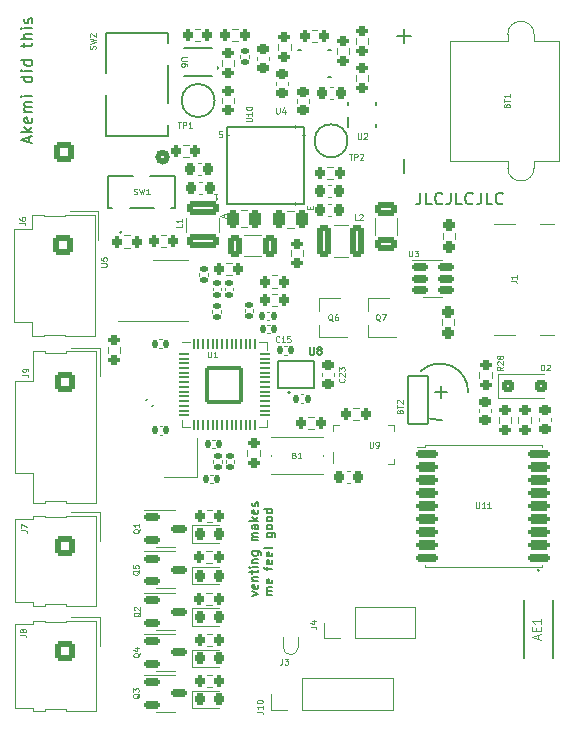
<source format=gto>
%TF.GenerationSoftware,KiCad,Pcbnew,7.0.5-0*%
%TF.CreationDate,2024-02-07T21:38:44-05:00*%
%TF.ProjectId,GHOUL-2024-0,47484f55-4c2d-4323-9032-342d302e6b69,rev?*%
%TF.SameCoordinates,Original*%
%TF.FileFunction,Legend,Top*%
%TF.FilePolarity,Positive*%
%FSLAX46Y46*%
G04 Gerber Fmt 4.6, Leading zero omitted, Abs format (unit mm)*
G04 Created by KiCad (PCBNEW 7.0.5-0) date 2024-02-07 21:38:44*
%MOMM*%
%LPD*%
G01*
G04 APERTURE LIST*
G04 Aperture macros list*
%AMRoundRect*
0 Rectangle with rounded corners*
0 $1 Rounding radius*
0 $2 $3 $4 $5 $6 $7 $8 $9 X,Y pos of 4 corners*
0 Add a 4 corners polygon primitive as box body*
4,1,4,$2,$3,$4,$5,$6,$7,$8,$9,$2,$3,0*
0 Add four circle primitives for the rounded corners*
1,1,$1+$1,$2,$3*
1,1,$1+$1,$4,$5*
1,1,$1+$1,$6,$7*
1,1,$1+$1,$8,$9*
0 Add four rect primitives between the rounded corners*
20,1,$1+$1,$2,$3,$4,$5,0*
20,1,$1+$1,$4,$5,$6,$7,0*
20,1,$1+$1,$6,$7,$8,$9,0*
20,1,$1+$1,$8,$9,$2,$3,0*%
G04 Aperture macros list end*
%ADD10C,0.150000*%
%ADD11C,0.125000*%
%ADD12C,0.120000*%
%ADD13C,0.152400*%
%ADD14C,0.025400*%
%ADD15C,0.127000*%
%ADD16C,0.100000*%
%ADD17C,0.508000*%
%ADD18C,0.200000*%
%ADD19C,0.000100*%
%ADD20RoundRect,0.200000X0.275000X-0.200000X0.275000X0.200000X-0.275000X0.200000X-0.275000X-0.200000X0*%
%ADD21R,0.399999X1.050000*%
%ADD22R,0.599999X0.200000*%
%ADD23RoundRect,0.225000X0.225000X0.250000X-0.225000X0.250000X-0.225000X-0.250000X0.225000X-0.250000X0*%
%ADD24RoundRect,0.200000X-0.275000X0.200000X-0.275000X-0.200000X0.275000X-0.200000X0.275000X0.200000X0*%
%ADD25RoundRect,0.200000X0.200000X0.275000X-0.200000X0.275000X-0.200000X-0.275000X0.200000X-0.275000X0*%
%ADD26RoundRect,0.140000X-0.140000X-0.170000X0.140000X-0.170000X0.140000X0.170000X-0.140000X0.170000X0*%
%ADD27RoundRect,0.218750X-0.218750X-0.256250X0.218750X-0.256250X0.218750X0.256250X-0.218750X0.256250X0*%
%ADD28C,4.400000*%
%ADD29C,0.650000*%
%ADD30R,1.150000X0.600000*%
%ADD31R,1.150000X0.300000*%
%ADD32O,2.100000X1.000000*%
%ADD33O,1.800000X1.000000*%
%ADD34RoundRect,0.250000X0.250000X0.475000X-0.250000X0.475000X-0.250000X-0.475000X0.250000X-0.475000X0*%
%ADD35RoundRect,0.140000X0.140000X0.170000X-0.140000X0.170000X-0.140000X-0.170000X0.140000X-0.170000X0*%
%ADD36RoundRect,0.225000X-0.225000X-0.250000X0.225000X-0.250000X0.225000X0.250000X-0.225000X0.250000X0*%
%ADD37RoundRect,0.225000X-0.250000X0.225000X-0.250000X-0.225000X0.250000X-0.225000X0.250000X0.225000X0*%
%ADD38RoundRect,0.200000X-0.200000X-0.275000X0.200000X-0.275000X0.200000X0.275000X-0.200000X0.275000X0*%
%ADD39RoundRect,0.250000X0.375000X1.075000X-0.375000X1.075000X-0.375000X-1.075000X0.375000X-1.075000X0*%
%ADD40R,0.900000X0.800000*%
%ADD41RoundRect,0.250000X0.650000X-0.325000X0.650000X0.325000X-0.650000X0.325000X-0.650000X-0.325000X0*%
%ADD42RoundRect,0.140000X-0.021213X0.219203X-0.219203X0.021213X0.021213X-0.219203X0.219203X-0.021213X0*%
%ADD43RoundRect,0.250000X1.075000X-0.375000X1.075000X0.375000X-1.075000X0.375000X-1.075000X-0.375000X0*%
%ADD44RoundRect,0.140000X0.170000X-0.140000X0.170000X0.140000X-0.170000X0.140000X-0.170000X-0.140000X0*%
%ADD45RoundRect,0.150000X-0.512500X-0.150000X0.512500X-0.150000X0.512500X0.150000X-0.512500X0.150000X0*%
%ADD46R,2.259800X1.362800*%
%ADD47R,1.100000X0.500000*%
%ADD48R,3.400000X4.300000*%
%ADD49R,1.700000X1.700000*%
%ADD50O,1.700000X1.700000*%
%ADD51RoundRect,0.250000X-0.325000X-0.650000X0.325000X-0.650000X0.325000X0.650000X-0.325000X0.650000X0*%
%ADD52RoundRect,0.250000X-0.250000X-0.475000X0.250000X-0.475000X0.250000X0.475000X-0.250000X0.475000X0*%
%ADD53C,0.660400*%
%ADD54RoundRect,0.250000X-0.620000X0.620000X-0.620000X-0.620000X0.620000X-0.620000X0.620000X0.620000X0*%
%ADD55C,1.740000*%
%ADD56R,0.900000X1.000000*%
%ADD57R,0.550000X0.950000*%
%ADD58RoundRect,0.140000X-0.170000X0.140000X-0.170000X-0.140000X0.170000X-0.140000X0.170000X0.140000X0*%
%ADD59C,2.000000*%
%ADD60C,1.400000*%
%ADD61R,3.500000X3.500000*%
%ADD62C,3.500000*%
%ADD63C,0.404000*%
%ADD64RoundRect,0.050000X-0.387500X-0.050000X0.387500X-0.050000X0.387500X0.050000X-0.387500X0.050000X0*%
%ADD65RoundRect,0.050000X-0.050000X-0.387500X0.050000X-0.387500X0.050000X0.387500X-0.050000X0.387500X0*%
%ADD66RoundRect,0.144000X-1.456000X-1.456000X1.456000X-1.456000X1.456000X1.456000X-1.456000X1.456000X0*%
%ADD67RoundRect,0.237500X0.237500X-0.250000X0.237500X0.250000X-0.237500X0.250000X-0.237500X-0.250000X0*%
%ADD68RoundRect,0.102000X-0.850000X2.050000X-0.850000X-2.050000X0.850000X-2.050000X0.850000X2.050000X0*%
%ADD69RoundRect,0.250000X-0.300000X-0.300000X0.300000X-0.300000X0.300000X0.300000X-0.300000X0.300000X0*%
%ADD70C,0.700000*%
%ADD71C,0.500000*%
%ADD72O,0.800000X1.500000*%
%ADD73R,1.000000X1.150000*%
%ADD74R,0.811200X1.406398*%
%ADD75R,0.804800X0.300000*%
%ADD76R,1.050000X1.400000*%
%ADD77C,0.889000*%
%ADD78R,1.397000X1.193800*%
%ADD79RoundRect,0.175000X-0.725000X-0.175000X0.725000X-0.175000X0.725000X0.175000X-0.725000X0.175000X0*%
%ADD80RoundRect,0.200000X-0.700000X-0.200000X0.700000X-0.200000X0.700000X0.200000X-0.700000X0.200000X0*%
%ADD81R,0.299999X0.449999*%
%ADD82R,1.599999X1.000000*%
%ADD83RoundRect,0.250000X0.620000X-0.620000X0.620000X0.620000X-0.620000X0.620000X-0.620000X-0.620000X0*%
G04 APERTURE END LIST*
D10*
X168252493Y-102339819D02*
X168252493Y-103054104D01*
X168252493Y-103054104D02*
X168204874Y-103196961D01*
X168204874Y-103196961D02*
X168109636Y-103292200D01*
X168109636Y-103292200D02*
X167966779Y-103339819D01*
X167966779Y-103339819D02*
X167871541Y-103339819D01*
X169204874Y-103339819D02*
X168728684Y-103339819D01*
X168728684Y-103339819D02*
X168728684Y-102339819D01*
X170109636Y-103244580D02*
X170062017Y-103292200D01*
X170062017Y-103292200D02*
X169919160Y-103339819D01*
X169919160Y-103339819D02*
X169823922Y-103339819D01*
X169823922Y-103339819D02*
X169681065Y-103292200D01*
X169681065Y-103292200D02*
X169585827Y-103196961D01*
X169585827Y-103196961D02*
X169538208Y-103101723D01*
X169538208Y-103101723D02*
X169490589Y-102911247D01*
X169490589Y-102911247D02*
X169490589Y-102768390D01*
X169490589Y-102768390D02*
X169538208Y-102577914D01*
X169538208Y-102577914D02*
X169585827Y-102482676D01*
X169585827Y-102482676D02*
X169681065Y-102387438D01*
X169681065Y-102387438D02*
X169823922Y-102339819D01*
X169823922Y-102339819D02*
X169919160Y-102339819D01*
X169919160Y-102339819D02*
X170062017Y-102387438D01*
X170062017Y-102387438D02*
X170109636Y-102435057D01*
X170823922Y-102339819D02*
X170823922Y-103054104D01*
X170823922Y-103054104D02*
X170776303Y-103196961D01*
X170776303Y-103196961D02*
X170681065Y-103292200D01*
X170681065Y-103292200D02*
X170538208Y-103339819D01*
X170538208Y-103339819D02*
X170442970Y-103339819D01*
X171776303Y-103339819D02*
X171300113Y-103339819D01*
X171300113Y-103339819D02*
X171300113Y-102339819D01*
X172681065Y-103244580D02*
X172633446Y-103292200D01*
X172633446Y-103292200D02*
X172490589Y-103339819D01*
X172490589Y-103339819D02*
X172395351Y-103339819D01*
X172395351Y-103339819D02*
X172252494Y-103292200D01*
X172252494Y-103292200D02*
X172157256Y-103196961D01*
X172157256Y-103196961D02*
X172109637Y-103101723D01*
X172109637Y-103101723D02*
X172062018Y-102911247D01*
X172062018Y-102911247D02*
X172062018Y-102768390D01*
X172062018Y-102768390D02*
X172109637Y-102577914D01*
X172109637Y-102577914D02*
X172157256Y-102482676D01*
X172157256Y-102482676D02*
X172252494Y-102387438D01*
X172252494Y-102387438D02*
X172395351Y-102339819D01*
X172395351Y-102339819D02*
X172490589Y-102339819D01*
X172490589Y-102339819D02*
X172633446Y-102387438D01*
X172633446Y-102387438D02*
X172681065Y-102435057D01*
X173395351Y-102339819D02*
X173395351Y-103054104D01*
X173395351Y-103054104D02*
X173347732Y-103196961D01*
X173347732Y-103196961D02*
X173252494Y-103292200D01*
X173252494Y-103292200D02*
X173109637Y-103339819D01*
X173109637Y-103339819D02*
X173014399Y-103339819D01*
X174347732Y-103339819D02*
X173871542Y-103339819D01*
X173871542Y-103339819D02*
X173871542Y-102339819D01*
X175252494Y-103244580D02*
X175204875Y-103292200D01*
X175204875Y-103292200D02*
X175062018Y-103339819D01*
X175062018Y-103339819D02*
X174966780Y-103339819D01*
X174966780Y-103339819D02*
X174823923Y-103292200D01*
X174823923Y-103292200D02*
X174728685Y-103196961D01*
X174728685Y-103196961D02*
X174681066Y-103101723D01*
X174681066Y-103101723D02*
X174633447Y-102911247D01*
X174633447Y-102911247D02*
X174633447Y-102768390D01*
X174633447Y-102768390D02*
X174681066Y-102577914D01*
X174681066Y-102577914D02*
X174728685Y-102482676D01*
X174728685Y-102482676D02*
X174823923Y-102387438D01*
X174823923Y-102387438D02*
X174966780Y-102339819D01*
X174966780Y-102339819D02*
X175062018Y-102339819D01*
X175062018Y-102339819D02*
X175204875Y-102387438D01*
X175204875Y-102387438D02*
X175252494Y-102435057D01*
X154022914Y-136464173D02*
X154522914Y-136285601D01*
X154522914Y-136285601D02*
X154022914Y-136107030D01*
X154487200Y-135535601D02*
X154522914Y-135607029D01*
X154522914Y-135607029D02*
X154522914Y-135749887D01*
X154522914Y-135749887D02*
X154487200Y-135821315D01*
X154487200Y-135821315D02*
X154415771Y-135857029D01*
X154415771Y-135857029D02*
X154130057Y-135857029D01*
X154130057Y-135857029D02*
X154058628Y-135821315D01*
X154058628Y-135821315D02*
X154022914Y-135749887D01*
X154022914Y-135749887D02*
X154022914Y-135607029D01*
X154022914Y-135607029D02*
X154058628Y-135535601D01*
X154058628Y-135535601D02*
X154130057Y-135499887D01*
X154130057Y-135499887D02*
X154201485Y-135499887D01*
X154201485Y-135499887D02*
X154272914Y-135857029D01*
X154022914Y-135178458D02*
X154522914Y-135178458D01*
X154094342Y-135178458D02*
X154058628Y-135142744D01*
X154058628Y-135142744D02*
X154022914Y-135071315D01*
X154022914Y-135071315D02*
X154022914Y-134964172D01*
X154022914Y-134964172D02*
X154058628Y-134892744D01*
X154058628Y-134892744D02*
X154130057Y-134857030D01*
X154130057Y-134857030D02*
X154522914Y-134857030D01*
X154022914Y-134607030D02*
X154022914Y-134321316D01*
X153772914Y-134499887D02*
X154415771Y-134499887D01*
X154415771Y-134499887D02*
X154487200Y-134464173D01*
X154487200Y-134464173D02*
X154522914Y-134392744D01*
X154522914Y-134392744D02*
X154522914Y-134321316D01*
X154522914Y-134071316D02*
X154022914Y-134071316D01*
X153772914Y-134071316D02*
X153808628Y-134107030D01*
X153808628Y-134107030D02*
X153844342Y-134071316D01*
X153844342Y-134071316D02*
X153808628Y-134035602D01*
X153808628Y-134035602D02*
X153772914Y-134071316D01*
X153772914Y-134071316D02*
X153844342Y-134071316D01*
X154022914Y-133714173D02*
X154522914Y-133714173D01*
X154094342Y-133714173D02*
X154058628Y-133678459D01*
X154058628Y-133678459D02*
X154022914Y-133607030D01*
X154022914Y-133607030D02*
X154022914Y-133499887D01*
X154022914Y-133499887D02*
X154058628Y-133428459D01*
X154058628Y-133428459D02*
X154130057Y-133392745D01*
X154130057Y-133392745D02*
X154522914Y-133392745D01*
X154022914Y-132714174D02*
X154630057Y-132714174D01*
X154630057Y-132714174D02*
X154701485Y-132749888D01*
X154701485Y-132749888D02*
X154737200Y-132785602D01*
X154737200Y-132785602D02*
X154772914Y-132857031D01*
X154772914Y-132857031D02*
X154772914Y-132964174D01*
X154772914Y-132964174D02*
X154737200Y-133035602D01*
X154487200Y-132714174D02*
X154522914Y-132785602D01*
X154522914Y-132785602D02*
X154522914Y-132928459D01*
X154522914Y-132928459D02*
X154487200Y-132999888D01*
X154487200Y-132999888D02*
X154451485Y-133035602D01*
X154451485Y-133035602D02*
X154380057Y-133071316D01*
X154380057Y-133071316D02*
X154165771Y-133071316D01*
X154165771Y-133071316D02*
X154094342Y-133035602D01*
X154094342Y-133035602D02*
X154058628Y-132999888D01*
X154058628Y-132999888D02*
X154022914Y-132928459D01*
X154022914Y-132928459D02*
X154022914Y-132785602D01*
X154022914Y-132785602D02*
X154058628Y-132714174D01*
X154522914Y-131785602D02*
X154022914Y-131785602D01*
X154094342Y-131785602D02*
X154058628Y-131749888D01*
X154058628Y-131749888D02*
X154022914Y-131678459D01*
X154022914Y-131678459D02*
X154022914Y-131571316D01*
X154022914Y-131571316D02*
X154058628Y-131499888D01*
X154058628Y-131499888D02*
X154130057Y-131464174D01*
X154130057Y-131464174D02*
X154522914Y-131464174D01*
X154130057Y-131464174D02*
X154058628Y-131428459D01*
X154058628Y-131428459D02*
X154022914Y-131357031D01*
X154022914Y-131357031D02*
X154022914Y-131249888D01*
X154022914Y-131249888D02*
X154058628Y-131178459D01*
X154058628Y-131178459D02*
X154130057Y-131142745D01*
X154130057Y-131142745D02*
X154522914Y-131142745D01*
X154522914Y-130464174D02*
X154130057Y-130464174D01*
X154130057Y-130464174D02*
X154058628Y-130499888D01*
X154058628Y-130499888D02*
X154022914Y-130571316D01*
X154022914Y-130571316D02*
X154022914Y-130714174D01*
X154022914Y-130714174D02*
X154058628Y-130785602D01*
X154487200Y-130464174D02*
X154522914Y-130535602D01*
X154522914Y-130535602D02*
X154522914Y-130714174D01*
X154522914Y-130714174D02*
X154487200Y-130785602D01*
X154487200Y-130785602D02*
X154415771Y-130821316D01*
X154415771Y-130821316D02*
X154344342Y-130821316D01*
X154344342Y-130821316D02*
X154272914Y-130785602D01*
X154272914Y-130785602D02*
X154237200Y-130714174D01*
X154237200Y-130714174D02*
X154237200Y-130535602D01*
X154237200Y-130535602D02*
X154201485Y-130464174D01*
X154522914Y-130107031D02*
X153772914Y-130107031D01*
X154237200Y-130035603D02*
X154522914Y-129821317D01*
X154022914Y-129821317D02*
X154308628Y-130107031D01*
X154487200Y-129214174D02*
X154522914Y-129285602D01*
X154522914Y-129285602D02*
X154522914Y-129428460D01*
X154522914Y-129428460D02*
X154487200Y-129499888D01*
X154487200Y-129499888D02*
X154415771Y-129535602D01*
X154415771Y-129535602D02*
X154130057Y-129535602D01*
X154130057Y-129535602D02*
X154058628Y-129499888D01*
X154058628Y-129499888D02*
X154022914Y-129428460D01*
X154022914Y-129428460D02*
X154022914Y-129285602D01*
X154022914Y-129285602D02*
X154058628Y-129214174D01*
X154058628Y-129214174D02*
X154130057Y-129178460D01*
X154130057Y-129178460D02*
X154201485Y-129178460D01*
X154201485Y-129178460D02*
X154272914Y-129535602D01*
X154487200Y-128892745D02*
X154522914Y-128821317D01*
X154522914Y-128821317D02*
X154522914Y-128678460D01*
X154522914Y-128678460D02*
X154487200Y-128607031D01*
X154487200Y-128607031D02*
X154415771Y-128571317D01*
X154415771Y-128571317D02*
X154380057Y-128571317D01*
X154380057Y-128571317D02*
X154308628Y-128607031D01*
X154308628Y-128607031D02*
X154272914Y-128678460D01*
X154272914Y-128678460D02*
X154272914Y-128785603D01*
X154272914Y-128785603D02*
X154237200Y-128857031D01*
X154237200Y-128857031D02*
X154165771Y-128892745D01*
X154165771Y-128892745D02*
X154130057Y-128892745D01*
X154130057Y-128892745D02*
X154058628Y-128857031D01*
X154058628Y-128857031D02*
X154022914Y-128785603D01*
X154022914Y-128785603D02*
X154022914Y-128678460D01*
X154022914Y-128678460D02*
X154058628Y-128607031D01*
X155730414Y-136392744D02*
X155230414Y-136392744D01*
X155301842Y-136392744D02*
X155266128Y-136357030D01*
X155266128Y-136357030D02*
X155230414Y-136285601D01*
X155230414Y-136285601D02*
X155230414Y-136178458D01*
X155230414Y-136178458D02*
X155266128Y-136107030D01*
X155266128Y-136107030D02*
X155337557Y-136071316D01*
X155337557Y-136071316D02*
X155730414Y-136071316D01*
X155337557Y-136071316D02*
X155266128Y-136035601D01*
X155266128Y-136035601D02*
X155230414Y-135964173D01*
X155230414Y-135964173D02*
X155230414Y-135857030D01*
X155230414Y-135857030D02*
X155266128Y-135785601D01*
X155266128Y-135785601D02*
X155337557Y-135749887D01*
X155337557Y-135749887D02*
X155730414Y-135749887D01*
X155694700Y-135107030D02*
X155730414Y-135178458D01*
X155730414Y-135178458D02*
X155730414Y-135321316D01*
X155730414Y-135321316D02*
X155694700Y-135392744D01*
X155694700Y-135392744D02*
X155623271Y-135428458D01*
X155623271Y-135428458D02*
X155337557Y-135428458D01*
X155337557Y-135428458D02*
X155266128Y-135392744D01*
X155266128Y-135392744D02*
X155230414Y-135321316D01*
X155230414Y-135321316D02*
X155230414Y-135178458D01*
X155230414Y-135178458D02*
X155266128Y-135107030D01*
X155266128Y-135107030D02*
X155337557Y-135071316D01*
X155337557Y-135071316D02*
X155408985Y-135071316D01*
X155408985Y-135071316D02*
X155480414Y-135428458D01*
X155230414Y-134285601D02*
X155230414Y-133999887D01*
X155730414Y-134178458D02*
X155087557Y-134178458D01*
X155087557Y-134178458D02*
X155016128Y-134142744D01*
X155016128Y-134142744D02*
X154980414Y-134071315D01*
X154980414Y-134071315D02*
X154980414Y-133999887D01*
X155694700Y-133464173D02*
X155730414Y-133535601D01*
X155730414Y-133535601D02*
X155730414Y-133678459D01*
X155730414Y-133678459D02*
X155694700Y-133749887D01*
X155694700Y-133749887D02*
X155623271Y-133785601D01*
X155623271Y-133785601D02*
X155337557Y-133785601D01*
X155337557Y-133785601D02*
X155266128Y-133749887D01*
X155266128Y-133749887D02*
X155230414Y-133678459D01*
X155230414Y-133678459D02*
X155230414Y-133535601D01*
X155230414Y-133535601D02*
X155266128Y-133464173D01*
X155266128Y-133464173D02*
X155337557Y-133428459D01*
X155337557Y-133428459D02*
X155408985Y-133428459D01*
X155408985Y-133428459D02*
X155480414Y-133785601D01*
X155694700Y-132821316D02*
X155730414Y-132892744D01*
X155730414Y-132892744D02*
X155730414Y-133035602D01*
X155730414Y-133035602D02*
X155694700Y-133107030D01*
X155694700Y-133107030D02*
X155623271Y-133142744D01*
X155623271Y-133142744D02*
X155337557Y-133142744D01*
X155337557Y-133142744D02*
X155266128Y-133107030D01*
X155266128Y-133107030D02*
X155230414Y-133035602D01*
X155230414Y-133035602D02*
X155230414Y-132892744D01*
X155230414Y-132892744D02*
X155266128Y-132821316D01*
X155266128Y-132821316D02*
X155337557Y-132785602D01*
X155337557Y-132785602D02*
X155408985Y-132785602D01*
X155408985Y-132785602D02*
X155480414Y-133142744D01*
X155730414Y-132357030D02*
X155694700Y-132428459D01*
X155694700Y-132428459D02*
X155623271Y-132464173D01*
X155623271Y-132464173D02*
X154980414Y-132464173D01*
X155230414Y-131178459D02*
X155837557Y-131178459D01*
X155837557Y-131178459D02*
X155908985Y-131214173D01*
X155908985Y-131214173D02*
X155944700Y-131249887D01*
X155944700Y-131249887D02*
X155980414Y-131321316D01*
X155980414Y-131321316D02*
X155980414Y-131428459D01*
X155980414Y-131428459D02*
X155944700Y-131499887D01*
X155694700Y-131178459D02*
X155730414Y-131249887D01*
X155730414Y-131249887D02*
X155730414Y-131392744D01*
X155730414Y-131392744D02*
X155694700Y-131464173D01*
X155694700Y-131464173D02*
X155658985Y-131499887D01*
X155658985Y-131499887D02*
X155587557Y-131535601D01*
X155587557Y-131535601D02*
X155373271Y-131535601D01*
X155373271Y-131535601D02*
X155301842Y-131499887D01*
X155301842Y-131499887D02*
X155266128Y-131464173D01*
X155266128Y-131464173D02*
X155230414Y-131392744D01*
X155230414Y-131392744D02*
X155230414Y-131249887D01*
X155230414Y-131249887D02*
X155266128Y-131178459D01*
X155730414Y-130714173D02*
X155694700Y-130785602D01*
X155694700Y-130785602D02*
X155658985Y-130821316D01*
X155658985Y-130821316D02*
X155587557Y-130857030D01*
X155587557Y-130857030D02*
X155373271Y-130857030D01*
X155373271Y-130857030D02*
X155301842Y-130821316D01*
X155301842Y-130821316D02*
X155266128Y-130785602D01*
X155266128Y-130785602D02*
X155230414Y-130714173D01*
X155230414Y-130714173D02*
X155230414Y-130607030D01*
X155230414Y-130607030D02*
X155266128Y-130535602D01*
X155266128Y-130535602D02*
X155301842Y-130499888D01*
X155301842Y-130499888D02*
X155373271Y-130464173D01*
X155373271Y-130464173D02*
X155587557Y-130464173D01*
X155587557Y-130464173D02*
X155658985Y-130499888D01*
X155658985Y-130499888D02*
X155694700Y-130535602D01*
X155694700Y-130535602D02*
X155730414Y-130607030D01*
X155730414Y-130607030D02*
X155730414Y-130714173D01*
X155730414Y-130035602D02*
X155694700Y-130107031D01*
X155694700Y-130107031D02*
X155658985Y-130142745D01*
X155658985Y-130142745D02*
X155587557Y-130178459D01*
X155587557Y-130178459D02*
X155373271Y-130178459D01*
X155373271Y-130178459D02*
X155301842Y-130142745D01*
X155301842Y-130142745D02*
X155266128Y-130107031D01*
X155266128Y-130107031D02*
X155230414Y-130035602D01*
X155230414Y-130035602D02*
X155230414Y-129928459D01*
X155230414Y-129928459D02*
X155266128Y-129857031D01*
X155266128Y-129857031D02*
X155301842Y-129821317D01*
X155301842Y-129821317D02*
X155373271Y-129785602D01*
X155373271Y-129785602D02*
X155587557Y-129785602D01*
X155587557Y-129785602D02*
X155658985Y-129821317D01*
X155658985Y-129821317D02*
X155694700Y-129857031D01*
X155694700Y-129857031D02*
X155730414Y-129928459D01*
X155730414Y-129928459D02*
X155730414Y-130035602D01*
X155730414Y-129142746D02*
X154980414Y-129142746D01*
X155694700Y-129142746D02*
X155730414Y-129214174D01*
X155730414Y-129214174D02*
X155730414Y-129357031D01*
X155730414Y-129357031D02*
X155694700Y-129428460D01*
X155694700Y-129428460D02*
X155658985Y-129464174D01*
X155658985Y-129464174D02*
X155587557Y-129499888D01*
X155587557Y-129499888D02*
X155373271Y-129499888D01*
X155373271Y-129499888D02*
X155301842Y-129464174D01*
X155301842Y-129464174D02*
X155266128Y-129428460D01*
X155266128Y-129428460D02*
X155230414Y-129357031D01*
X155230414Y-129357031D02*
X155230414Y-129214174D01*
X155230414Y-129214174D02*
X155266128Y-129142746D01*
X135114104Y-98080839D02*
X135114104Y-97604649D01*
X135399819Y-98176077D02*
X134399819Y-97842744D01*
X134399819Y-97842744D02*
X135399819Y-97509411D01*
X135399819Y-97176077D02*
X134399819Y-97176077D01*
X135018866Y-97080839D02*
X135399819Y-96795125D01*
X134733152Y-96795125D02*
X135114104Y-97176077D01*
X135352200Y-95985601D02*
X135399819Y-96080839D01*
X135399819Y-96080839D02*
X135399819Y-96271315D01*
X135399819Y-96271315D02*
X135352200Y-96366553D01*
X135352200Y-96366553D02*
X135256961Y-96414172D01*
X135256961Y-96414172D02*
X134876009Y-96414172D01*
X134876009Y-96414172D02*
X134780771Y-96366553D01*
X134780771Y-96366553D02*
X134733152Y-96271315D01*
X134733152Y-96271315D02*
X134733152Y-96080839D01*
X134733152Y-96080839D02*
X134780771Y-95985601D01*
X134780771Y-95985601D02*
X134876009Y-95937982D01*
X134876009Y-95937982D02*
X134971247Y-95937982D01*
X134971247Y-95937982D02*
X135066485Y-96414172D01*
X135399819Y-95509410D02*
X134733152Y-95509410D01*
X134828390Y-95509410D02*
X134780771Y-95461791D01*
X134780771Y-95461791D02*
X134733152Y-95366553D01*
X134733152Y-95366553D02*
X134733152Y-95223696D01*
X134733152Y-95223696D02*
X134780771Y-95128458D01*
X134780771Y-95128458D02*
X134876009Y-95080839D01*
X134876009Y-95080839D02*
X135399819Y-95080839D01*
X134876009Y-95080839D02*
X134780771Y-95033220D01*
X134780771Y-95033220D02*
X134733152Y-94937982D01*
X134733152Y-94937982D02*
X134733152Y-94795125D01*
X134733152Y-94795125D02*
X134780771Y-94699886D01*
X134780771Y-94699886D02*
X134876009Y-94652267D01*
X134876009Y-94652267D02*
X135399819Y-94652267D01*
X135399819Y-94176077D02*
X134733152Y-94176077D01*
X134399819Y-94176077D02*
X134447438Y-94223696D01*
X134447438Y-94223696D02*
X134495057Y-94176077D01*
X134495057Y-94176077D02*
X134447438Y-94128458D01*
X134447438Y-94128458D02*
X134399819Y-94176077D01*
X134399819Y-94176077D02*
X134495057Y-94176077D01*
X135399819Y-92509411D02*
X134399819Y-92509411D01*
X135352200Y-92509411D02*
X135399819Y-92604649D01*
X135399819Y-92604649D02*
X135399819Y-92795125D01*
X135399819Y-92795125D02*
X135352200Y-92890363D01*
X135352200Y-92890363D02*
X135304580Y-92937982D01*
X135304580Y-92937982D02*
X135209342Y-92985601D01*
X135209342Y-92985601D02*
X134923628Y-92985601D01*
X134923628Y-92985601D02*
X134828390Y-92937982D01*
X134828390Y-92937982D02*
X134780771Y-92890363D01*
X134780771Y-92890363D02*
X134733152Y-92795125D01*
X134733152Y-92795125D02*
X134733152Y-92604649D01*
X134733152Y-92604649D02*
X134780771Y-92509411D01*
X135399819Y-92033220D02*
X134733152Y-92033220D01*
X134399819Y-92033220D02*
X134447438Y-92080839D01*
X134447438Y-92080839D02*
X134495057Y-92033220D01*
X134495057Y-92033220D02*
X134447438Y-91985601D01*
X134447438Y-91985601D02*
X134399819Y-92033220D01*
X134399819Y-92033220D02*
X134495057Y-92033220D01*
X135399819Y-91128459D02*
X134399819Y-91128459D01*
X135352200Y-91128459D02*
X135399819Y-91223697D01*
X135399819Y-91223697D02*
X135399819Y-91414173D01*
X135399819Y-91414173D02*
X135352200Y-91509411D01*
X135352200Y-91509411D02*
X135304580Y-91557030D01*
X135304580Y-91557030D02*
X135209342Y-91604649D01*
X135209342Y-91604649D02*
X134923628Y-91604649D01*
X134923628Y-91604649D02*
X134828390Y-91557030D01*
X134828390Y-91557030D02*
X134780771Y-91509411D01*
X134780771Y-91509411D02*
X134733152Y-91414173D01*
X134733152Y-91414173D02*
X134733152Y-91223697D01*
X134733152Y-91223697D02*
X134780771Y-91128459D01*
X134733152Y-90033220D02*
X134733152Y-89652268D01*
X134399819Y-89890363D02*
X135256961Y-89890363D01*
X135256961Y-89890363D02*
X135352200Y-89842744D01*
X135352200Y-89842744D02*
X135399819Y-89747506D01*
X135399819Y-89747506D02*
X135399819Y-89652268D01*
X135399819Y-89318934D02*
X134399819Y-89318934D01*
X135399819Y-88890363D02*
X134876009Y-88890363D01*
X134876009Y-88890363D02*
X134780771Y-88937982D01*
X134780771Y-88937982D02*
X134733152Y-89033220D01*
X134733152Y-89033220D02*
X134733152Y-89176077D01*
X134733152Y-89176077D02*
X134780771Y-89271315D01*
X134780771Y-89271315D02*
X134828390Y-89318934D01*
X135399819Y-88414172D02*
X134733152Y-88414172D01*
X134399819Y-88414172D02*
X134447438Y-88461791D01*
X134447438Y-88461791D02*
X134495057Y-88414172D01*
X134495057Y-88414172D02*
X134447438Y-88366553D01*
X134447438Y-88366553D02*
X134399819Y-88414172D01*
X134399819Y-88414172D02*
X134495057Y-88414172D01*
X135352200Y-87985601D02*
X135399819Y-87890363D01*
X135399819Y-87890363D02*
X135399819Y-87699887D01*
X135399819Y-87699887D02*
X135352200Y-87604649D01*
X135352200Y-87604649D02*
X135256961Y-87557030D01*
X135256961Y-87557030D02*
X135209342Y-87557030D01*
X135209342Y-87557030D02*
X135114104Y-87604649D01*
X135114104Y-87604649D02*
X135066485Y-87699887D01*
X135066485Y-87699887D02*
X135066485Y-87842744D01*
X135066485Y-87842744D02*
X135018866Y-87937982D01*
X135018866Y-87937982D02*
X134923628Y-87985601D01*
X134923628Y-87985601D02*
X134876009Y-87985601D01*
X134876009Y-87985601D02*
X134780771Y-87937982D01*
X134780771Y-87937982D02*
X134733152Y-87842744D01*
X134733152Y-87842744D02*
X134733152Y-87699887D01*
X134733152Y-87699887D02*
X134780771Y-87604649D01*
D11*
%TO.C,U4*%
X156049047Y-95144809D02*
X156049047Y-95549571D01*
X156049047Y-95549571D02*
X156072857Y-95597190D01*
X156072857Y-95597190D02*
X156096666Y-95621000D01*
X156096666Y-95621000D02*
X156144285Y-95644809D01*
X156144285Y-95644809D02*
X156239523Y-95644809D01*
X156239523Y-95644809D02*
X156287142Y-95621000D01*
X156287142Y-95621000D02*
X156310952Y-95597190D01*
X156310952Y-95597190D02*
X156334761Y-95549571D01*
X156334761Y-95549571D02*
X156334761Y-95144809D01*
X156787143Y-95311476D02*
X156787143Y-95644809D01*
X156668095Y-95121000D02*
X156549048Y-95478142D01*
X156549048Y-95478142D02*
X156858571Y-95478142D01*
%TO.C,J1*%
X175904809Y-109836666D02*
X176261952Y-109836666D01*
X176261952Y-109836666D02*
X176333380Y-109860475D01*
X176333380Y-109860475D02*
X176381000Y-109908094D01*
X176381000Y-109908094D02*
X176404809Y-109979523D01*
X176404809Y-109979523D02*
X176404809Y-110027142D01*
X176404809Y-109336666D02*
X176404809Y-109622380D01*
X176404809Y-109479523D02*
X175904809Y-109479523D01*
X175904809Y-109479523D02*
X175976238Y-109527142D01*
X175976238Y-109527142D02*
X176023857Y-109574761D01*
X176023857Y-109574761D02*
X176047666Y-109622380D01*
%TO.C,C23*%
X161807190Y-118091428D02*
X161831000Y-118115237D01*
X161831000Y-118115237D02*
X161854809Y-118186666D01*
X161854809Y-118186666D02*
X161854809Y-118234285D01*
X161854809Y-118234285D02*
X161831000Y-118305713D01*
X161831000Y-118305713D02*
X161783380Y-118353332D01*
X161783380Y-118353332D02*
X161735761Y-118377142D01*
X161735761Y-118377142D02*
X161640523Y-118400951D01*
X161640523Y-118400951D02*
X161569095Y-118400951D01*
X161569095Y-118400951D02*
X161473857Y-118377142D01*
X161473857Y-118377142D02*
X161426238Y-118353332D01*
X161426238Y-118353332D02*
X161378619Y-118305713D01*
X161378619Y-118305713D02*
X161354809Y-118234285D01*
X161354809Y-118234285D02*
X161354809Y-118186666D01*
X161354809Y-118186666D02*
X161378619Y-118115237D01*
X161378619Y-118115237D02*
X161402428Y-118091428D01*
X161402428Y-117900951D02*
X161378619Y-117877142D01*
X161378619Y-117877142D02*
X161354809Y-117829523D01*
X161354809Y-117829523D02*
X161354809Y-117710475D01*
X161354809Y-117710475D02*
X161378619Y-117662856D01*
X161378619Y-117662856D02*
X161402428Y-117639047D01*
X161402428Y-117639047D02*
X161450047Y-117615237D01*
X161450047Y-117615237D02*
X161497666Y-117615237D01*
X161497666Y-117615237D02*
X161569095Y-117639047D01*
X161569095Y-117639047D02*
X161854809Y-117924761D01*
X161854809Y-117924761D02*
X161854809Y-117615237D01*
X161354809Y-117448571D02*
X161354809Y-117139047D01*
X161354809Y-117139047D02*
X161545285Y-117305714D01*
X161545285Y-117305714D02*
X161545285Y-117234285D01*
X161545285Y-117234285D02*
X161569095Y-117186666D01*
X161569095Y-117186666D02*
X161592904Y-117162857D01*
X161592904Y-117162857D02*
X161640523Y-117139047D01*
X161640523Y-117139047D02*
X161759571Y-117139047D01*
X161759571Y-117139047D02*
X161807190Y-117162857D01*
X161807190Y-117162857D02*
X161831000Y-117186666D01*
X161831000Y-117186666D02*
X161854809Y-117234285D01*
X161854809Y-117234285D02*
X161854809Y-117377142D01*
X161854809Y-117377142D02*
X161831000Y-117424761D01*
X161831000Y-117424761D02*
X161807190Y-117448571D01*
%TO.C,L2*%
X162946666Y-104644809D02*
X162708571Y-104644809D01*
X162708571Y-104644809D02*
X162708571Y-104144809D01*
X163089524Y-104192428D02*
X163113333Y-104168619D01*
X163113333Y-104168619D02*
X163160952Y-104144809D01*
X163160952Y-104144809D02*
X163280000Y-104144809D01*
X163280000Y-104144809D02*
X163327619Y-104168619D01*
X163327619Y-104168619D02*
X163351428Y-104192428D01*
X163351428Y-104192428D02*
X163375238Y-104240047D01*
X163375238Y-104240047D02*
X163375238Y-104287666D01*
X163375238Y-104287666D02*
X163351428Y-104359095D01*
X163351428Y-104359095D02*
X163065714Y-104644809D01*
X163065714Y-104644809D02*
X163375238Y-104644809D01*
%TO.C,Q6*%
X160832380Y-113192428D02*
X160784761Y-113168619D01*
X160784761Y-113168619D02*
X160737142Y-113121000D01*
X160737142Y-113121000D02*
X160665714Y-113049571D01*
X160665714Y-113049571D02*
X160618095Y-113025761D01*
X160618095Y-113025761D02*
X160570476Y-113025761D01*
X160594285Y-113144809D02*
X160546666Y-113121000D01*
X160546666Y-113121000D02*
X160499047Y-113073380D01*
X160499047Y-113073380D02*
X160475238Y-112978142D01*
X160475238Y-112978142D02*
X160475238Y-112811476D01*
X160475238Y-112811476D02*
X160499047Y-112716238D01*
X160499047Y-112716238D02*
X160546666Y-112668619D01*
X160546666Y-112668619D02*
X160594285Y-112644809D01*
X160594285Y-112644809D02*
X160689523Y-112644809D01*
X160689523Y-112644809D02*
X160737142Y-112668619D01*
X160737142Y-112668619D02*
X160784761Y-112716238D01*
X160784761Y-112716238D02*
X160808571Y-112811476D01*
X160808571Y-112811476D02*
X160808571Y-112978142D01*
X160808571Y-112978142D02*
X160784761Y-113073380D01*
X160784761Y-113073380D02*
X160737142Y-113121000D01*
X160737142Y-113121000D02*
X160689523Y-113144809D01*
X160689523Y-113144809D02*
X160594285Y-113144809D01*
X161237143Y-112644809D02*
X161141905Y-112644809D01*
X161141905Y-112644809D02*
X161094286Y-112668619D01*
X161094286Y-112668619D02*
X161070476Y-112692428D01*
X161070476Y-112692428D02*
X161022857Y-112763857D01*
X161022857Y-112763857D02*
X160999048Y-112859095D01*
X160999048Y-112859095D02*
X160999048Y-113049571D01*
X160999048Y-113049571D02*
X161022857Y-113097190D01*
X161022857Y-113097190D02*
X161046667Y-113121000D01*
X161046667Y-113121000D02*
X161094286Y-113144809D01*
X161094286Y-113144809D02*
X161189524Y-113144809D01*
X161189524Y-113144809D02*
X161237143Y-113121000D01*
X161237143Y-113121000D02*
X161260952Y-113097190D01*
X161260952Y-113097190D02*
X161284762Y-113049571D01*
X161284762Y-113049571D02*
X161284762Y-112930523D01*
X161284762Y-112930523D02*
X161260952Y-112882904D01*
X161260952Y-112882904D02*
X161237143Y-112859095D01*
X161237143Y-112859095D02*
X161189524Y-112835285D01*
X161189524Y-112835285D02*
X161094286Y-112835285D01*
X161094286Y-112835285D02*
X161046667Y-112859095D01*
X161046667Y-112859095D02*
X161022857Y-112882904D01*
X161022857Y-112882904D02*
X160999048Y-112930523D01*
%TO.C,L1*%
X148054809Y-105003333D02*
X148054809Y-105241428D01*
X148054809Y-105241428D02*
X147554809Y-105241428D01*
X148054809Y-104574761D02*
X148054809Y-104860475D01*
X148054809Y-104717618D02*
X147554809Y-104717618D01*
X147554809Y-104717618D02*
X147626238Y-104765237D01*
X147626238Y-104765237D02*
X147673857Y-104812856D01*
X147673857Y-104812856D02*
X147697666Y-104860475D01*
%TO.C,Q1*%
X144502428Y-130817619D02*
X144478619Y-130865238D01*
X144478619Y-130865238D02*
X144431000Y-130912857D01*
X144431000Y-130912857D02*
X144359571Y-130984285D01*
X144359571Y-130984285D02*
X144335761Y-131031904D01*
X144335761Y-131031904D02*
X144335761Y-131079523D01*
X144454809Y-131055714D02*
X144431000Y-131103333D01*
X144431000Y-131103333D02*
X144383380Y-131150952D01*
X144383380Y-131150952D02*
X144288142Y-131174761D01*
X144288142Y-131174761D02*
X144121476Y-131174761D01*
X144121476Y-131174761D02*
X144026238Y-131150952D01*
X144026238Y-131150952D02*
X143978619Y-131103333D01*
X143978619Y-131103333D02*
X143954809Y-131055714D01*
X143954809Y-131055714D02*
X143954809Y-130960476D01*
X143954809Y-130960476D02*
X143978619Y-130912857D01*
X143978619Y-130912857D02*
X144026238Y-130865238D01*
X144026238Y-130865238D02*
X144121476Y-130841428D01*
X144121476Y-130841428D02*
X144288142Y-130841428D01*
X144288142Y-130841428D02*
X144383380Y-130865238D01*
X144383380Y-130865238D02*
X144431000Y-130912857D01*
X144431000Y-130912857D02*
X144454809Y-130960476D01*
X144454809Y-130960476D02*
X144454809Y-131055714D01*
X144454809Y-130365237D02*
X144454809Y-130650951D01*
X144454809Y-130508094D02*
X143954809Y-130508094D01*
X143954809Y-130508094D02*
X144026238Y-130555713D01*
X144026238Y-130555713D02*
X144073857Y-130603332D01*
X144073857Y-130603332D02*
X144097666Y-130650951D01*
%TO.C,C15*%
X156308571Y-114947190D02*
X156284762Y-114971000D01*
X156284762Y-114971000D02*
X156213333Y-114994809D01*
X156213333Y-114994809D02*
X156165714Y-114994809D01*
X156165714Y-114994809D02*
X156094286Y-114971000D01*
X156094286Y-114971000D02*
X156046667Y-114923380D01*
X156046667Y-114923380D02*
X156022857Y-114875761D01*
X156022857Y-114875761D02*
X155999048Y-114780523D01*
X155999048Y-114780523D02*
X155999048Y-114709095D01*
X155999048Y-114709095D02*
X156022857Y-114613857D01*
X156022857Y-114613857D02*
X156046667Y-114566238D01*
X156046667Y-114566238D02*
X156094286Y-114518619D01*
X156094286Y-114518619D02*
X156165714Y-114494809D01*
X156165714Y-114494809D02*
X156213333Y-114494809D01*
X156213333Y-114494809D02*
X156284762Y-114518619D01*
X156284762Y-114518619D02*
X156308571Y-114542428D01*
X156784762Y-114994809D02*
X156499048Y-114994809D01*
X156641905Y-114994809D02*
X156641905Y-114494809D01*
X156641905Y-114494809D02*
X156594286Y-114566238D01*
X156594286Y-114566238D02*
X156546667Y-114613857D01*
X156546667Y-114613857D02*
X156499048Y-114637666D01*
X157237142Y-114494809D02*
X156999047Y-114494809D01*
X156999047Y-114494809D02*
X156975238Y-114732904D01*
X156975238Y-114732904D02*
X156999047Y-114709095D01*
X156999047Y-114709095D02*
X157046666Y-114685285D01*
X157046666Y-114685285D02*
X157165714Y-114685285D01*
X157165714Y-114685285D02*
X157213333Y-114709095D01*
X157213333Y-114709095D02*
X157237142Y-114732904D01*
X157237142Y-114732904D02*
X157260952Y-114780523D01*
X157260952Y-114780523D02*
X157260952Y-114899571D01*
X157260952Y-114899571D02*
X157237142Y-114947190D01*
X157237142Y-114947190D02*
X157213333Y-114971000D01*
X157213333Y-114971000D02*
X157165714Y-114994809D01*
X157165714Y-114994809D02*
X157046666Y-114994809D01*
X157046666Y-114994809D02*
X156999047Y-114971000D01*
X156999047Y-114971000D02*
X156975238Y-114947190D01*
%TO.C,AE1*%
X178246178Y-140162399D02*
X178246178Y-139805257D01*
X178460464Y-140233828D02*
X177710464Y-139983828D01*
X177710464Y-139983828D02*
X178460464Y-139733828D01*
X178067607Y-139483828D02*
X178067607Y-139233828D01*
X178460464Y-139126685D02*
X178460464Y-139483828D01*
X178460464Y-139483828D02*
X177710464Y-139483828D01*
X177710464Y-139483828D02*
X177710464Y-139126685D01*
X178460464Y-138412400D02*
X178460464Y-138840971D01*
X178460464Y-138626686D02*
X177710464Y-138626686D01*
X177710464Y-138626686D02*
X177817607Y-138698114D01*
X177817607Y-138698114D02*
X177889035Y-138769543D01*
X177889035Y-138769543D02*
X177924750Y-138840971D01*
%TO.C,U3*%
X167299047Y-107244809D02*
X167299047Y-107649571D01*
X167299047Y-107649571D02*
X167322857Y-107697190D01*
X167322857Y-107697190D02*
X167346666Y-107721000D01*
X167346666Y-107721000D02*
X167394285Y-107744809D01*
X167394285Y-107744809D02*
X167489523Y-107744809D01*
X167489523Y-107744809D02*
X167537142Y-107721000D01*
X167537142Y-107721000D02*
X167560952Y-107697190D01*
X167560952Y-107697190D02*
X167584761Y-107649571D01*
X167584761Y-107649571D02*
X167584761Y-107244809D01*
X167775238Y-107244809D02*
X168084762Y-107244809D01*
X168084762Y-107244809D02*
X167918095Y-107435285D01*
X167918095Y-107435285D02*
X167989524Y-107435285D01*
X167989524Y-107435285D02*
X168037143Y-107459095D01*
X168037143Y-107459095D02*
X168060952Y-107482904D01*
X168060952Y-107482904D02*
X168084762Y-107530523D01*
X168084762Y-107530523D02*
X168084762Y-107649571D01*
X168084762Y-107649571D02*
X168060952Y-107697190D01*
X168060952Y-107697190D02*
X168037143Y-107721000D01*
X168037143Y-107721000D02*
X167989524Y-107744809D01*
X167989524Y-107744809D02*
X167846667Y-107744809D01*
X167846667Y-107744809D02*
X167799048Y-107721000D01*
X167799048Y-107721000D02*
X167775238Y-107697190D01*
%TO.C,U5*%
X141204809Y-108600952D02*
X141609571Y-108600952D01*
X141609571Y-108600952D02*
X141657190Y-108577142D01*
X141657190Y-108577142D02*
X141681000Y-108553333D01*
X141681000Y-108553333D02*
X141704809Y-108505714D01*
X141704809Y-108505714D02*
X141704809Y-108410476D01*
X141704809Y-108410476D02*
X141681000Y-108362857D01*
X141681000Y-108362857D02*
X141657190Y-108339047D01*
X141657190Y-108339047D02*
X141609571Y-108315238D01*
X141609571Y-108315238D02*
X141204809Y-108315238D01*
X141204809Y-107839047D02*
X141204809Y-108077142D01*
X141204809Y-108077142D02*
X141442904Y-108100951D01*
X141442904Y-108100951D02*
X141419095Y-108077142D01*
X141419095Y-108077142D02*
X141395285Y-108029523D01*
X141395285Y-108029523D02*
X141395285Y-107910475D01*
X141395285Y-107910475D02*
X141419095Y-107862856D01*
X141419095Y-107862856D02*
X141442904Y-107839047D01*
X141442904Y-107839047D02*
X141490523Y-107815237D01*
X141490523Y-107815237D02*
X141609571Y-107815237D01*
X141609571Y-107815237D02*
X141657190Y-107839047D01*
X141657190Y-107839047D02*
X141681000Y-107862856D01*
X141681000Y-107862856D02*
X141704809Y-107910475D01*
X141704809Y-107910475D02*
X141704809Y-108029523D01*
X141704809Y-108029523D02*
X141681000Y-108077142D01*
X141681000Y-108077142D02*
X141657190Y-108100951D01*
%TO.C,J10*%
X154404809Y-146274761D02*
X154761952Y-146274761D01*
X154761952Y-146274761D02*
X154833380Y-146298570D01*
X154833380Y-146298570D02*
X154881000Y-146346189D01*
X154881000Y-146346189D02*
X154904809Y-146417618D01*
X154904809Y-146417618D02*
X154904809Y-146465237D01*
X154904809Y-145774761D02*
X154904809Y-146060475D01*
X154904809Y-145917618D02*
X154404809Y-145917618D01*
X154404809Y-145917618D02*
X154476238Y-145965237D01*
X154476238Y-145965237D02*
X154523857Y-146012856D01*
X154523857Y-146012856D02*
X154547666Y-146060475D01*
X154404809Y-145465238D02*
X154404809Y-145417619D01*
X154404809Y-145417619D02*
X154428619Y-145370000D01*
X154428619Y-145370000D02*
X154452428Y-145346190D01*
X154452428Y-145346190D02*
X154500047Y-145322381D01*
X154500047Y-145322381D02*
X154595285Y-145298571D01*
X154595285Y-145298571D02*
X154714333Y-145298571D01*
X154714333Y-145298571D02*
X154809571Y-145322381D01*
X154809571Y-145322381D02*
X154857190Y-145346190D01*
X154857190Y-145346190D02*
X154881000Y-145370000D01*
X154881000Y-145370000D02*
X154904809Y-145417619D01*
X154904809Y-145417619D02*
X154904809Y-145465238D01*
X154904809Y-145465238D02*
X154881000Y-145512857D01*
X154881000Y-145512857D02*
X154857190Y-145536666D01*
X154857190Y-145536666D02*
X154809571Y-145560476D01*
X154809571Y-145560476D02*
X154714333Y-145584285D01*
X154714333Y-145584285D02*
X154595285Y-145584285D01*
X154595285Y-145584285D02*
X154500047Y-145560476D01*
X154500047Y-145560476D02*
X154452428Y-145536666D01*
X154452428Y-145536666D02*
X154428619Y-145512857D01*
X154428619Y-145512857D02*
X154404809Y-145465238D01*
%TO.C,U10*%
X153504809Y-96309047D02*
X153909571Y-96309047D01*
X153909571Y-96309047D02*
X153957190Y-96285237D01*
X153957190Y-96285237D02*
X153981000Y-96261428D01*
X153981000Y-96261428D02*
X154004809Y-96213809D01*
X154004809Y-96213809D02*
X154004809Y-96118571D01*
X154004809Y-96118571D02*
X153981000Y-96070952D01*
X153981000Y-96070952D02*
X153957190Y-96047142D01*
X153957190Y-96047142D02*
X153909571Y-96023333D01*
X153909571Y-96023333D02*
X153504809Y-96023333D01*
X154004809Y-95523332D02*
X154004809Y-95809046D01*
X154004809Y-95666189D02*
X153504809Y-95666189D01*
X153504809Y-95666189D02*
X153576238Y-95713808D01*
X153576238Y-95713808D02*
X153623857Y-95761427D01*
X153623857Y-95761427D02*
X153647666Y-95809046D01*
X153504809Y-95213809D02*
X153504809Y-95166190D01*
X153504809Y-95166190D02*
X153528619Y-95118571D01*
X153528619Y-95118571D02*
X153552428Y-95094761D01*
X153552428Y-95094761D02*
X153600047Y-95070952D01*
X153600047Y-95070952D02*
X153695285Y-95047142D01*
X153695285Y-95047142D02*
X153814333Y-95047142D01*
X153814333Y-95047142D02*
X153909571Y-95070952D01*
X153909571Y-95070952D02*
X153957190Y-95094761D01*
X153957190Y-95094761D02*
X153981000Y-95118571D01*
X153981000Y-95118571D02*
X154004809Y-95166190D01*
X154004809Y-95166190D02*
X154004809Y-95213809D01*
X154004809Y-95213809D02*
X153981000Y-95261428D01*
X153981000Y-95261428D02*
X153957190Y-95285237D01*
X153957190Y-95285237D02*
X153909571Y-95309047D01*
X153909571Y-95309047D02*
X153814333Y-95332856D01*
X153814333Y-95332856D02*
X153695285Y-95332856D01*
X153695285Y-95332856D02*
X153600047Y-95309047D01*
X153600047Y-95309047D02*
X153552428Y-95285237D01*
X153552428Y-95285237D02*
X153528619Y-95261428D01*
X153528619Y-95261428D02*
X153504809Y-95213809D01*
X151621952Y-104409046D02*
X151621952Y-104170951D01*
X151764809Y-104456665D02*
X151264809Y-104289999D01*
X151264809Y-104289999D02*
X151764809Y-104123332D01*
X151210952Y-97595190D02*
X151449047Y-97595190D01*
X151449047Y-97595190D02*
X151472856Y-97357095D01*
X151472856Y-97357095D02*
X151449047Y-97380904D01*
X151449047Y-97380904D02*
X151401428Y-97404714D01*
X151401428Y-97404714D02*
X151282380Y-97404714D01*
X151282380Y-97404714D02*
X151234761Y-97380904D01*
X151234761Y-97380904D02*
X151210952Y-97357095D01*
X151210952Y-97357095D02*
X151187142Y-97309476D01*
X151187142Y-97309476D02*
X151187142Y-97190428D01*
X151187142Y-97190428D02*
X151210952Y-97142809D01*
X151210952Y-97142809D02*
X151234761Y-97119000D01*
X151234761Y-97119000D02*
X151282380Y-97095190D01*
X151282380Y-97095190D02*
X151401428Y-97095190D01*
X151401428Y-97095190D02*
X151449047Y-97119000D01*
X151449047Y-97119000D02*
X151472856Y-97142809D01*
X158932904Y-103747142D02*
X158932904Y-103580475D01*
X159194809Y-103509047D02*
X159194809Y-103747142D01*
X159194809Y-103747142D02*
X158694809Y-103747142D01*
X158694809Y-103747142D02*
X158694809Y-103509047D01*
X150787142Y-102475190D02*
X151072856Y-102475190D01*
X150929999Y-102475190D02*
X150929999Y-102975190D01*
X150929999Y-102975190D02*
X150977618Y-102903761D01*
X150977618Y-102903761D02*
X151025237Y-102856142D01*
X151025237Y-102856142D02*
X151072856Y-102832333D01*
%TO.C,J7*%
X134444809Y-130936666D02*
X134801952Y-130936666D01*
X134801952Y-130936666D02*
X134873380Y-130960475D01*
X134873380Y-130960475D02*
X134921000Y-131008094D01*
X134921000Y-131008094D02*
X134944809Y-131079523D01*
X134944809Y-131079523D02*
X134944809Y-131127142D01*
X134444809Y-130746190D02*
X134444809Y-130412857D01*
X134444809Y-130412857D02*
X134944809Y-130627142D01*
%TO.C,B1*%
X157577619Y-124582904D02*
X157649047Y-124606714D01*
X157649047Y-124606714D02*
X157672857Y-124630523D01*
X157672857Y-124630523D02*
X157696666Y-124678142D01*
X157696666Y-124678142D02*
X157696666Y-124749571D01*
X157696666Y-124749571D02*
X157672857Y-124797190D01*
X157672857Y-124797190D02*
X157649047Y-124821000D01*
X157649047Y-124821000D02*
X157601428Y-124844809D01*
X157601428Y-124844809D02*
X157410952Y-124844809D01*
X157410952Y-124844809D02*
X157410952Y-124344809D01*
X157410952Y-124344809D02*
X157577619Y-124344809D01*
X157577619Y-124344809D02*
X157625238Y-124368619D01*
X157625238Y-124368619D02*
X157649047Y-124392428D01*
X157649047Y-124392428D02*
X157672857Y-124440047D01*
X157672857Y-124440047D02*
X157672857Y-124487666D01*
X157672857Y-124487666D02*
X157649047Y-124535285D01*
X157649047Y-124535285D02*
X157625238Y-124559095D01*
X157625238Y-124559095D02*
X157577619Y-124582904D01*
X157577619Y-124582904D02*
X157410952Y-124582904D01*
X158172857Y-124844809D02*
X157887143Y-124844809D01*
X158030000Y-124844809D02*
X158030000Y-124344809D01*
X158030000Y-124344809D02*
X157982381Y-124416238D01*
X157982381Y-124416238D02*
X157934762Y-124463857D01*
X157934762Y-124463857D02*
X157887143Y-124487666D01*
%TO.C,J8*%
X134354809Y-139786666D02*
X134711952Y-139786666D01*
X134711952Y-139786666D02*
X134783380Y-139810475D01*
X134783380Y-139810475D02*
X134831000Y-139858094D01*
X134831000Y-139858094D02*
X134854809Y-139929523D01*
X134854809Y-139929523D02*
X134854809Y-139977142D01*
X134569095Y-139477142D02*
X134545285Y-139524761D01*
X134545285Y-139524761D02*
X134521476Y-139548571D01*
X134521476Y-139548571D02*
X134473857Y-139572380D01*
X134473857Y-139572380D02*
X134450047Y-139572380D01*
X134450047Y-139572380D02*
X134402428Y-139548571D01*
X134402428Y-139548571D02*
X134378619Y-139524761D01*
X134378619Y-139524761D02*
X134354809Y-139477142D01*
X134354809Y-139477142D02*
X134354809Y-139381904D01*
X134354809Y-139381904D02*
X134378619Y-139334285D01*
X134378619Y-139334285D02*
X134402428Y-139310476D01*
X134402428Y-139310476D02*
X134450047Y-139286666D01*
X134450047Y-139286666D02*
X134473857Y-139286666D01*
X134473857Y-139286666D02*
X134521476Y-139310476D01*
X134521476Y-139310476D02*
X134545285Y-139334285D01*
X134545285Y-139334285D02*
X134569095Y-139381904D01*
X134569095Y-139381904D02*
X134569095Y-139477142D01*
X134569095Y-139477142D02*
X134592904Y-139524761D01*
X134592904Y-139524761D02*
X134616714Y-139548571D01*
X134616714Y-139548571D02*
X134664333Y-139572380D01*
X134664333Y-139572380D02*
X134759571Y-139572380D01*
X134759571Y-139572380D02*
X134807190Y-139548571D01*
X134807190Y-139548571D02*
X134831000Y-139524761D01*
X134831000Y-139524761D02*
X134854809Y-139477142D01*
X134854809Y-139477142D02*
X134854809Y-139381904D01*
X134854809Y-139381904D02*
X134831000Y-139334285D01*
X134831000Y-139334285D02*
X134807190Y-139310476D01*
X134807190Y-139310476D02*
X134759571Y-139286666D01*
X134759571Y-139286666D02*
X134664333Y-139286666D01*
X134664333Y-139286666D02*
X134616714Y-139310476D01*
X134616714Y-139310476D02*
X134592904Y-139334285D01*
X134592904Y-139334285D02*
X134569095Y-139381904D01*
%TO.C,U9*%
X163949047Y-123444809D02*
X163949047Y-123849571D01*
X163949047Y-123849571D02*
X163972857Y-123897190D01*
X163972857Y-123897190D02*
X163996666Y-123921000D01*
X163996666Y-123921000D02*
X164044285Y-123944809D01*
X164044285Y-123944809D02*
X164139523Y-123944809D01*
X164139523Y-123944809D02*
X164187142Y-123921000D01*
X164187142Y-123921000D02*
X164210952Y-123897190D01*
X164210952Y-123897190D02*
X164234761Y-123849571D01*
X164234761Y-123849571D02*
X164234761Y-123444809D01*
X164496667Y-123944809D02*
X164591905Y-123944809D01*
X164591905Y-123944809D02*
X164639524Y-123921000D01*
X164639524Y-123921000D02*
X164663333Y-123897190D01*
X164663333Y-123897190D02*
X164710952Y-123825761D01*
X164710952Y-123825761D02*
X164734762Y-123730523D01*
X164734762Y-123730523D02*
X164734762Y-123540047D01*
X164734762Y-123540047D02*
X164710952Y-123492428D01*
X164710952Y-123492428D02*
X164687143Y-123468619D01*
X164687143Y-123468619D02*
X164639524Y-123444809D01*
X164639524Y-123444809D02*
X164544286Y-123444809D01*
X164544286Y-123444809D02*
X164496667Y-123468619D01*
X164496667Y-123468619D02*
X164472857Y-123492428D01*
X164472857Y-123492428D02*
X164449048Y-123540047D01*
X164449048Y-123540047D02*
X164449048Y-123659095D01*
X164449048Y-123659095D02*
X164472857Y-123706714D01*
X164472857Y-123706714D02*
X164496667Y-123730523D01*
X164496667Y-123730523D02*
X164544286Y-123754333D01*
X164544286Y-123754333D02*
X164639524Y-123754333D01*
X164639524Y-123754333D02*
X164687143Y-123730523D01*
X164687143Y-123730523D02*
X164710952Y-123706714D01*
X164710952Y-123706714D02*
X164734762Y-123659095D01*
%TO.C,J6*%
X134314809Y-104916666D02*
X134671952Y-104916666D01*
X134671952Y-104916666D02*
X134743380Y-104940475D01*
X134743380Y-104940475D02*
X134791000Y-104988094D01*
X134791000Y-104988094D02*
X134814809Y-105059523D01*
X134814809Y-105059523D02*
X134814809Y-105107142D01*
X134314809Y-104464285D02*
X134314809Y-104559523D01*
X134314809Y-104559523D02*
X134338619Y-104607142D01*
X134338619Y-104607142D02*
X134362428Y-104630952D01*
X134362428Y-104630952D02*
X134433857Y-104678571D01*
X134433857Y-104678571D02*
X134529095Y-104702380D01*
X134529095Y-104702380D02*
X134719571Y-104702380D01*
X134719571Y-104702380D02*
X134767190Y-104678571D01*
X134767190Y-104678571D02*
X134791000Y-104654761D01*
X134791000Y-104654761D02*
X134814809Y-104607142D01*
X134814809Y-104607142D02*
X134814809Y-104511904D01*
X134814809Y-104511904D02*
X134791000Y-104464285D01*
X134791000Y-104464285D02*
X134767190Y-104440476D01*
X134767190Y-104440476D02*
X134719571Y-104416666D01*
X134719571Y-104416666D02*
X134600523Y-104416666D01*
X134600523Y-104416666D02*
X134552904Y-104440476D01*
X134552904Y-104440476D02*
X134529095Y-104464285D01*
X134529095Y-104464285D02*
X134505285Y-104511904D01*
X134505285Y-104511904D02*
X134505285Y-104607142D01*
X134505285Y-104607142D02*
X134529095Y-104654761D01*
X134529095Y-104654761D02*
X134552904Y-104678571D01*
X134552904Y-104678571D02*
X134600523Y-104702380D01*
%TO.C,TP1*%
X147699048Y-96344809D02*
X147984762Y-96344809D01*
X147841905Y-96844809D02*
X147841905Y-96344809D01*
X148151428Y-96844809D02*
X148151428Y-96344809D01*
X148151428Y-96344809D02*
X148341904Y-96344809D01*
X148341904Y-96344809D02*
X148389523Y-96368619D01*
X148389523Y-96368619D02*
X148413333Y-96392428D01*
X148413333Y-96392428D02*
X148437142Y-96440047D01*
X148437142Y-96440047D02*
X148437142Y-96511476D01*
X148437142Y-96511476D02*
X148413333Y-96559095D01*
X148413333Y-96559095D02*
X148389523Y-96582904D01*
X148389523Y-96582904D02*
X148341904Y-96606714D01*
X148341904Y-96606714D02*
X148151428Y-96606714D01*
X148913333Y-96844809D02*
X148627619Y-96844809D01*
X148770476Y-96844809D02*
X148770476Y-96344809D01*
X148770476Y-96344809D02*
X148722857Y-96416238D01*
X148722857Y-96416238D02*
X148675238Y-96463857D01*
X148675238Y-96463857D02*
X148627619Y-96487666D01*
%TO.C,Q4*%
X144502428Y-141317619D02*
X144478619Y-141365238D01*
X144478619Y-141365238D02*
X144431000Y-141412857D01*
X144431000Y-141412857D02*
X144359571Y-141484285D01*
X144359571Y-141484285D02*
X144335761Y-141531904D01*
X144335761Y-141531904D02*
X144335761Y-141579523D01*
X144454809Y-141555714D02*
X144431000Y-141603333D01*
X144431000Y-141603333D02*
X144383380Y-141650952D01*
X144383380Y-141650952D02*
X144288142Y-141674761D01*
X144288142Y-141674761D02*
X144121476Y-141674761D01*
X144121476Y-141674761D02*
X144026238Y-141650952D01*
X144026238Y-141650952D02*
X143978619Y-141603333D01*
X143978619Y-141603333D02*
X143954809Y-141555714D01*
X143954809Y-141555714D02*
X143954809Y-141460476D01*
X143954809Y-141460476D02*
X143978619Y-141412857D01*
X143978619Y-141412857D02*
X144026238Y-141365238D01*
X144026238Y-141365238D02*
X144121476Y-141341428D01*
X144121476Y-141341428D02*
X144288142Y-141341428D01*
X144288142Y-141341428D02*
X144383380Y-141365238D01*
X144383380Y-141365238D02*
X144431000Y-141412857D01*
X144431000Y-141412857D02*
X144454809Y-141460476D01*
X144454809Y-141460476D02*
X144454809Y-141555714D01*
X144121476Y-140912856D02*
X144454809Y-140912856D01*
X143931000Y-141031904D02*
X144288142Y-141150951D01*
X144288142Y-141150951D02*
X144288142Y-140841428D01*
%TO.C,BT1*%
X175542904Y-94962856D02*
X175566714Y-94891428D01*
X175566714Y-94891428D02*
X175590523Y-94867618D01*
X175590523Y-94867618D02*
X175638142Y-94843809D01*
X175638142Y-94843809D02*
X175709571Y-94843809D01*
X175709571Y-94843809D02*
X175757190Y-94867618D01*
X175757190Y-94867618D02*
X175781000Y-94891428D01*
X175781000Y-94891428D02*
X175804809Y-94939047D01*
X175804809Y-94939047D02*
X175804809Y-95129523D01*
X175804809Y-95129523D02*
X175304809Y-95129523D01*
X175304809Y-95129523D02*
X175304809Y-94962856D01*
X175304809Y-94962856D02*
X175328619Y-94915237D01*
X175328619Y-94915237D02*
X175352428Y-94891428D01*
X175352428Y-94891428D02*
X175400047Y-94867618D01*
X175400047Y-94867618D02*
X175447666Y-94867618D01*
X175447666Y-94867618D02*
X175495285Y-94891428D01*
X175495285Y-94891428D02*
X175519095Y-94915237D01*
X175519095Y-94915237D02*
X175542904Y-94962856D01*
X175542904Y-94962856D02*
X175542904Y-95129523D01*
X175304809Y-94700951D02*
X175304809Y-94415237D01*
X175804809Y-94558094D02*
X175304809Y-94558094D01*
X175804809Y-93986666D02*
X175804809Y-94272380D01*
X175804809Y-94129523D02*
X175304809Y-94129523D01*
X175304809Y-94129523D02*
X175376238Y-94177142D01*
X175376238Y-94177142D02*
X175423857Y-94224761D01*
X175423857Y-94224761D02*
X175447666Y-94272380D01*
D10*
X166879700Y-100661428D02*
X166879700Y-99518571D01*
X166879700Y-89661428D02*
X166879700Y-88518571D01*
X167451128Y-89089999D02*
X166308271Y-89089999D01*
%TO.C,U8*%
X158892025Y-115418026D02*
X158892025Y-115936498D01*
X158892025Y-115936498D02*
X158922524Y-115997495D01*
X158922524Y-115997495D02*
X158953022Y-116027994D01*
X158953022Y-116027994D02*
X159014019Y-116058492D01*
X159014019Y-116058492D02*
X159136012Y-116058492D01*
X159136012Y-116058492D02*
X159197009Y-116027994D01*
X159197009Y-116027994D02*
X159227508Y-115997495D01*
X159227508Y-115997495D02*
X159258006Y-115936498D01*
X159258006Y-115936498D02*
X159258006Y-115418026D01*
X159654485Y-115692511D02*
X159593488Y-115662013D01*
X159593488Y-115662013D02*
X159562989Y-115631515D01*
X159562989Y-115631515D02*
X159532491Y-115570518D01*
X159532491Y-115570518D02*
X159532491Y-115540019D01*
X159532491Y-115540019D02*
X159562989Y-115479023D01*
X159562989Y-115479023D02*
X159593488Y-115448524D01*
X159593488Y-115448524D02*
X159654485Y-115418026D01*
X159654485Y-115418026D02*
X159776478Y-115418026D01*
X159776478Y-115418026D02*
X159837475Y-115448524D01*
X159837475Y-115448524D02*
X159867973Y-115479023D01*
X159867973Y-115479023D02*
X159898472Y-115540019D01*
X159898472Y-115540019D02*
X159898472Y-115570518D01*
X159898472Y-115570518D02*
X159867973Y-115631515D01*
X159867973Y-115631515D02*
X159837475Y-115662013D01*
X159837475Y-115662013D02*
X159776478Y-115692511D01*
X159776478Y-115692511D02*
X159654485Y-115692511D01*
X159654485Y-115692511D02*
X159593488Y-115723010D01*
X159593488Y-115723010D02*
X159562989Y-115753508D01*
X159562989Y-115753508D02*
X159532491Y-115814505D01*
X159532491Y-115814505D02*
X159532491Y-115936498D01*
X159532491Y-115936498D02*
X159562989Y-115997495D01*
X159562989Y-115997495D02*
X159593488Y-116027994D01*
X159593488Y-116027994D02*
X159654485Y-116058492D01*
X159654485Y-116058492D02*
X159776478Y-116058492D01*
X159776478Y-116058492D02*
X159837475Y-116027994D01*
X159837475Y-116027994D02*
X159867973Y-115997495D01*
X159867973Y-115997495D02*
X159898472Y-115936498D01*
X159898472Y-115936498D02*
X159898472Y-115814505D01*
X159898472Y-115814505D02*
X159867973Y-115753508D01*
X159867973Y-115753508D02*
X159837475Y-115723010D01*
X159837475Y-115723010D02*
X159776478Y-115692511D01*
D11*
%TO.C,Q5*%
X144452428Y-134317619D02*
X144428619Y-134365238D01*
X144428619Y-134365238D02*
X144381000Y-134412857D01*
X144381000Y-134412857D02*
X144309571Y-134484285D01*
X144309571Y-134484285D02*
X144285761Y-134531904D01*
X144285761Y-134531904D02*
X144285761Y-134579523D01*
X144404809Y-134555714D02*
X144381000Y-134603333D01*
X144381000Y-134603333D02*
X144333380Y-134650952D01*
X144333380Y-134650952D02*
X144238142Y-134674761D01*
X144238142Y-134674761D02*
X144071476Y-134674761D01*
X144071476Y-134674761D02*
X143976238Y-134650952D01*
X143976238Y-134650952D02*
X143928619Y-134603333D01*
X143928619Y-134603333D02*
X143904809Y-134555714D01*
X143904809Y-134555714D02*
X143904809Y-134460476D01*
X143904809Y-134460476D02*
X143928619Y-134412857D01*
X143928619Y-134412857D02*
X143976238Y-134365238D01*
X143976238Y-134365238D02*
X144071476Y-134341428D01*
X144071476Y-134341428D02*
X144238142Y-134341428D01*
X144238142Y-134341428D02*
X144333380Y-134365238D01*
X144333380Y-134365238D02*
X144381000Y-134412857D01*
X144381000Y-134412857D02*
X144404809Y-134460476D01*
X144404809Y-134460476D02*
X144404809Y-134555714D01*
X143904809Y-133889047D02*
X143904809Y-134127142D01*
X143904809Y-134127142D02*
X144142904Y-134150951D01*
X144142904Y-134150951D02*
X144119095Y-134127142D01*
X144119095Y-134127142D02*
X144095285Y-134079523D01*
X144095285Y-134079523D02*
X144095285Y-133960475D01*
X144095285Y-133960475D02*
X144119095Y-133912856D01*
X144119095Y-133912856D02*
X144142904Y-133889047D01*
X144142904Y-133889047D02*
X144190523Y-133865237D01*
X144190523Y-133865237D02*
X144309571Y-133865237D01*
X144309571Y-133865237D02*
X144357190Y-133889047D01*
X144357190Y-133889047D02*
X144381000Y-133912856D01*
X144381000Y-133912856D02*
X144404809Y-133960475D01*
X144404809Y-133960475D02*
X144404809Y-134079523D01*
X144404809Y-134079523D02*
X144381000Y-134127142D01*
X144381000Y-134127142D02*
X144357190Y-134150951D01*
%TO.C,Q3*%
X144452428Y-144767619D02*
X144428619Y-144815238D01*
X144428619Y-144815238D02*
X144381000Y-144862857D01*
X144381000Y-144862857D02*
X144309571Y-144934285D01*
X144309571Y-144934285D02*
X144285761Y-144981904D01*
X144285761Y-144981904D02*
X144285761Y-145029523D01*
X144404809Y-145005714D02*
X144381000Y-145053333D01*
X144381000Y-145053333D02*
X144333380Y-145100952D01*
X144333380Y-145100952D02*
X144238142Y-145124761D01*
X144238142Y-145124761D02*
X144071476Y-145124761D01*
X144071476Y-145124761D02*
X143976238Y-145100952D01*
X143976238Y-145100952D02*
X143928619Y-145053333D01*
X143928619Y-145053333D02*
X143904809Y-145005714D01*
X143904809Y-145005714D02*
X143904809Y-144910476D01*
X143904809Y-144910476D02*
X143928619Y-144862857D01*
X143928619Y-144862857D02*
X143976238Y-144815238D01*
X143976238Y-144815238D02*
X144071476Y-144791428D01*
X144071476Y-144791428D02*
X144238142Y-144791428D01*
X144238142Y-144791428D02*
X144333380Y-144815238D01*
X144333380Y-144815238D02*
X144381000Y-144862857D01*
X144381000Y-144862857D02*
X144404809Y-144910476D01*
X144404809Y-144910476D02*
X144404809Y-145005714D01*
X143904809Y-144624761D02*
X143904809Y-144315237D01*
X143904809Y-144315237D02*
X144095285Y-144481904D01*
X144095285Y-144481904D02*
X144095285Y-144410475D01*
X144095285Y-144410475D02*
X144119095Y-144362856D01*
X144119095Y-144362856D02*
X144142904Y-144339047D01*
X144142904Y-144339047D02*
X144190523Y-144315237D01*
X144190523Y-144315237D02*
X144309571Y-144315237D01*
X144309571Y-144315237D02*
X144357190Y-144339047D01*
X144357190Y-144339047D02*
X144381000Y-144362856D01*
X144381000Y-144362856D02*
X144404809Y-144410475D01*
X144404809Y-144410475D02*
X144404809Y-144553332D01*
X144404809Y-144553332D02*
X144381000Y-144600951D01*
X144381000Y-144600951D02*
X144357190Y-144624761D01*
%TO.C,U1*%
X150249047Y-115794809D02*
X150249047Y-116199571D01*
X150249047Y-116199571D02*
X150272857Y-116247190D01*
X150272857Y-116247190D02*
X150296666Y-116271000D01*
X150296666Y-116271000D02*
X150344285Y-116294809D01*
X150344285Y-116294809D02*
X150439523Y-116294809D01*
X150439523Y-116294809D02*
X150487142Y-116271000D01*
X150487142Y-116271000D02*
X150510952Y-116247190D01*
X150510952Y-116247190D02*
X150534761Y-116199571D01*
X150534761Y-116199571D02*
X150534761Y-115794809D01*
X151034762Y-116294809D02*
X150749048Y-116294809D01*
X150891905Y-116294809D02*
X150891905Y-115794809D01*
X150891905Y-115794809D02*
X150844286Y-115866238D01*
X150844286Y-115866238D02*
X150796667Y-115913857D01*
X150796667Y-115913857D02*
X150749048Y-115937666D01*
%TO.C,BT2*%
X166492904Y-120862856D02*
X166516714Y-120791428D01*
X166516714Y-120791428D02*
X166540523Y-120767618D01*
X166540523Y-120767618D02*
X166588142Y-120743809D01*
X166588142Y-120743809D02*
X166659571Y-120743809D01*
X166659571Y-120743809D02*
X166707190Y-120767618D01*
X166707190Y-120767618D02*
X166731000Y-120791428D01*
X166731000Y-120791428D02*
X166754809Y-120839047D01*
X166754809Y-120839047D02*
X166754809Y-121029523D01*
X166754809Y-121029523D02*
X166254809Y-121029523D01*
X166254809Y-121029523D02*
X166254809Y-120862856D01*
X166254809Y-120862856D02*
X166278619Y-120815237D01*
X166278619Y-120815237D02*
X166302428Y-120791428D01*
X166302428Y-120791428D02*
X166350047Y-120767618D01*
X166350047Y-120767618D02*
X166397666Y-120767618D01*
X166397666Y-120767618D02*
X166445285Y-120791428D01*
X166445285Y-120791428D02*
X166469095Y-120815237D01*
X166469095Y-120815237D02*
X166492904Y-120862856D01*
X166492904Y-120862856D02*
X166492904Y-121029523D01*
X166254809Y-120600951D02*
X166254809Y-120315237D01*
X166754809Y-120458094D02*
X166254809Y-120458094D01*
X166302428Y-120172380D02*
X166278619Y-120148571D01*
X166278619Y-120148571D02*
X166254809Y-120100952D01*
X166254809Y-120100952D02*
X166254809Y-119981904D01*
X166254809Y-119981904D02*
X166278619Y-119934285D01*
X166278619Y-119934285D02*
X166302428Y-119910476D01*
X166302428Y-119910476D02*
X166350047Y-119886666D01*
X166350047Y-119886666D02*
X166397666Y-119886666D01*
X166397666Y-119886666D02*
X166469095Y-119910476D01*
X166469095Y-119910476D02*
X166754809Y-120196190D01*
X166754809Y-120196190D02*
X166754809Y-119886666D01*
D10*
X170011776Y-119735537D02*
X170011776Y-118667887D01*
X170545601Y-119201712D02*
X169477950Y-119201712D01*
D11*
%TO.C,R28*%
X175254809Y-117091428D02*
X175016714Y-117258094D01*
X175254809Y-117377142D02*
X174754809Y-117377142D01*
X174754809Y-117377142D02*
X174754809Y-117186666D01*
X174754809Y-117186666D02*
X174778619Y-117139047D01*
X174778619Y-117139047D02*
X174802428Y-117115237D01*
X174802428Y-117115237D02*
X174850047Y-117091428D01*
X174850047Y-117091428D02*
X174921476Y-117091428D01*
X174921476Y-117091428D02*
X174969095Y-117115237D01*
X174969095Y-117115237D02*
X174992904Y-117139047D01*
X174992904Y-117139047D02*
X175016714Y-117186666D01*
X175016714Y-117186666D02*
X175016714Y-117377142D01*
X174802428Y-116900951D02*
X174778619Y-116877142D01*
X174778619Y-116877142D02*
X174754809Y-116829523D01*
X174754809Y-116829523D02*
X174754809Y-116710475D01*
X174754809Y-116710475D02*
X174778619Y-116662856D01*
X174778619Y-116662856D02*
X174802428Y-116639047D01*
X174802428Y-116639047D02*
X174850047Y-116615237D01*
X174850047Y-116615237D02*
X174897666Y-116615237D01*
X174897666Y-116615237D02*
X174969095Y-116639047D01*
X174969095Y-116639047D02*
X175254809Y-116924761D01*
X175254809Y-116924761D02*
X175254809Y-116615237D01*
X174969095Y-116329523D02*
X174945285Y-116377142D01*
X174945285Y-116377142D02*
X174921476Y-116400952D01*
X174921476Y-116400952D02*
X174873857Y-116424761D01*
X174873857Y-116424761D02*
X174850047Y-116424761D01*
X174850047Y-116424761D02*
X174802428Y-116400952D01*
X174802428Y-116400952D02*
X174778619Y-116377142D01*
X174778619Y-116377142D02*
X174754809Y-116329523D01*
X174754809Y-116329523D02*
X174754809Y-116234285D01*
X174754809Y-116234285D02*
X174778619Y-116186666D01*
X174778619Y-116186666D02*
X174802428Y-116162857D01*
X174802428Y-116162857D02*
X174850047Y-116139047D01*
X174850047Y-116139047D02*
X174873857Y-116139047D01*
X174873857Y-116139047D02*
X174921476Y-116162857D01*
X174921476Y-116162857D02*
X174945285Y-116186666D01*
X174945285Y-116186666D02*
X174969095Y-116234285D01*
X174969095Y-116234285D02*
X174969095Y-116329523D01*
X174969095Y-116329523D02*
X174992904Y-116377142D01*
X174992904Y-116377142D02*
X175016714Y-116400952D01*
X175016714Y-116400952D02*
X175064333Y-116424761D01*
X175064333Y-116424761D02*
X175159571Y-116424761D01*
X175159571Y-116424761D02*
X175207190Y-116400952D01*
X175207190Y-116400952D02*
X175231000Y-116377142D01*
X175231000Y-116377142D02*
X175254809Y-116329523D01*
X175254809Y-116329523D02*
X175254809Y-116234285D01*
X175254809Y-116234285D02*
X175231000Y-116186666D01*
X175231000Y-116186666D02*
X175207190Y-116162857D01*
X175207190Y-116162857D02*
X175159571Y-116139047D01*
X175159571Y-116139047D02*
X175064333Y-116139047D01*
X175064333Y-116139047D02*
X175016714Y-116162857D01*
X175016714Y-116162857D02*
X174992904Y-116186666D01*
X174992904Y-116186666D02*
X174969095Y-116234285D01*
%TO.C,D2*%
X178460952Y-117394809D02*
X178460952Y-116894809D01*
X178460952Y-116894809D02*
X178580000Y-116894809D01*
X178580000Y-116894809D02*
X178651428Y-116918619D01*
X178651428Y-116918619D02*
X178699047Y-116966238D01*
X178699047Y-116966238D02*
X178722857Y-117013857D01*
X178722857Y-117013857D02*
X178746666Y-117109095D01*
X178746666Y-117109095D02*
X178746666Y-117180523D01*
X178746666Y-117180523D02*
X178722857Y-117275761D01*
X178722857Y-117275761D02*
X178699047Y-117323380D01*
X178699047Y-117323380D02*
X178651428Y-117371000D01*
X178651428Y-117371000D02*
X178580000Y-117394809D01*
X178580000Y-117394809D02*
X178460952Y-117394809D01*
X178937143Y-116942428D02*
X178960952Y-116918619D01*
X178960952Y-116918619D02*
X179008571Y-116894809D01*
X179008571Y-116894809D02*
X179127619Y-116894809D01*
X179127619Y-116894809D02*
X179175238Y-116918619D01*
X179175238Y-116918619D02*
X179199047Y-116942428D01*
X179199047Y-116942428D02*
X179222857Y-116990047D01*
X179222857Y-116990047D02*
X179222857Y-117037666D01*
X179222857Y-117037666D02*
X179199047Y-117109095D01*
X179199047Y-117109095D02*
X178913333Y-117394809D01*
X178913333Y-117394809D02*
X179222857Y-117394809D01*
%TO.C,Q2*%
X144552428Y-137867619D02*
X144528619Y-137915238D01*
X144528619Y-137915238D02*
X144481000Y-137962857D01*
X144481000Y-137962857D02*
X144409571Y-138034285D01*
X144409571Y-138034285D02*
X144385761Y-138081904D01*
X144385761Y-138081904D02*
X144385761Y-138129523D01*
X144504809Y-138105714D02*
X144481000Y-138153333D01*
X144481000Y-138153333D02*
X144433380Y-138200952D01*
X144433380Y-138200952D02*
X144338142Y-138224761D01*
X144338142Y-138224761D02*
X144171476Y-138224761D01*
X144171476Y-138224761D02*
X144076238Y-138200952D01*
X144076238Y-138200952D02*
X144028619Y-138153333D01*
X144028619Y-138153333D02*
X144004809Y-138105714D01*
X144004809Y-138105714D02*
X144004809Y-138010476D01*
X144004809Y-138010476D02*
X144028619Y-137962857D01*
X144028619Y-137962857D02*
X144076238Y-137915238D01*
X144076238Y-137915238D02*
X144171476Y-137891428D01*
X144171476Y-137891428D02*
X144338142Y-137891428D01*
X144338142Y-137891428D02*
X144433380Y-137915238D01*
X144433380Y-137915238D02*
X144481000Y-137962857D01*
X144481000Y-137962857D02*
X144504809Y-138010476D01*
X144504809Y-138010476D02*
X144504809Y-138105714D01*
X144052428Y-137700951D02*
X144028619Y-137677142D01*
X144028619Y-137677142D02*
X144004809Y-137629523D01*
X144004809Y-137629523D02*
X144004809Y-137510475D01*
X144004809Y-137510475D02*
X144028619Y-137462856D01*
X144028619Y-137462856D02*
X144052428Y-137439047D01*
X144052428Y-137439047D02*
X144100047Y-137415237D01*
X144100047Y-137415237D02*
X144147666Y-137415237D01*
X144147666Y-137415237D02*
X144219095Y-137439047D01*
X144219095Y-137439047D02*
X144504809Y-137724761D01*
X144504809Y-137724761D02*
X144504809Y-137415237D01*
%TO.C,TP2*%
X162199048Y-99044809D02*
X162484762Y-99044809D01*
X162341905Y-99544809D02*
X162341905Y-99044809D01*
X162651428Y-99544809D02*
X162651428Y-99044809D01*
X162651428Y-99044809D02*
X162841904Y-99044809D01*
X162841904Y-99044809D02*
X162889523Y-99068619D01*
X162889523Y-99068619D02*
X162913333Y-99092428D01*
X162913333Y-99092428D02*
X162937142Y-99140047D01*
X162937142Y-99140047D02*
X162937142Y-99211476D01*
X162937142Y-99211476D02*
X162913333Y-99259095D01*
X162913333Y-99259095D02*
X162889523Y-99282904D01*
X162889523Y-99282904D02*
X162841904Y-99306714D01*
X162841904Y-99306714D02*
X162651428Y-99306714D01*
X163127619Y-99092428D02*
X163151428Y-99068619D01*
X163151428Y-99068619D02*
X163199047Y-99044809D01*
X163199047Y-99044809D02*
X163318095Y-99044809D01*
X163318095Y-99044809D02*
X163365714Y-99068619D01*
X163365714Y-99068619D02*
X163389523Y-99092428D01*
X163389523Y-99092428D02*
X163413333Y-99140047D01*
X163413333Y-99140047D02*
X163413333Y-99187666D01*
X163413333Y-99187666D02*
X163389523Y-99259095D01*
X163389523Y-99259095D02*
X163103809Y-99544809D01*
X163103809Y-99544809D02*
X163413333Y-99544809D01*
%TO.C,J9*%
X134554809Y-117736666D02*
X134911952Y-117736666D01*
X134911952Y-117736666D02*
X134983380Y-117760475D01*
X134983380Y-117760475D02*
X135031000Y-117808094D01*
X135031000Y-117808094D02*
X135054809Y-117879523D01*
X135054809Y-117879523D02*
X135054809Y-117927142D01*
X135054809Y-117474761D02*
X135054809Y-117379523D01*
X135054809Y-117379523D02*
X135031000Y-117331904D01*
X135031000Y-117331904D02*
X135007190Y-117308095D01*
X135007190Y-117308095D02*
X134935761Y-117260476D01*
X134935761Y-117260476D02*
X134840523Y-117236666D01*
X134840523Y-117236666D02*
X134650047Y-117236666D01*
X134650047Y-117236666D02*
X134602428Y-117260476D01*
X134602428Y-117260476D02*
X134578619Y-117284285D01*
X134578619Y-117284285D02*
X134554809Y-117331904D01*
X134554809Y-117331904D02*
X134554809Y-117427142D01*
X134554809Y-117427142D02*
X134578619Y-117474761D01*
X134578619Y-117474761D02*
X134602428Y-117498571D01*
X134602428Y-117498571D02*
X134650047Y-117522380D01*
X134650047Y-117522380D02*
X134769095Y-117522380D01*
X134769095Y-117522380D02*
X134816714Y-117498571D01*
X134816714Y-117498571D02*
X134840523Y-117474761D01*
X134840523Y-117474761D02*
X134864333Y-117427142D01*
X134864333Y-117427142D02*
X134864333Y-117331904D01*
X134864333Y-117331904D02*
X134840523Y-117284285D01*
X134840523Y-117284285D02*
X134816714Y-117260476D01*
X134816714Y-117260476D02*
X134769095Y-117236666D01*
%TO.C,J3*%
X156563333Y-141794809D02*
X156563333Y-142151952D01*
X156563333Y-142151952D02*
X156539524Y-142223380D01*
X156539524Y-142223380D02*
X156491905Y-142271000D01*
X156491905Y-142271000D02*
X156420476Y-142294809D01*
X156420476Y-142294809D02*
X156372857Y-142294809D01*
X156753809Y-141794809D02*
X157063333Y-141794809D01*
X157063333Y-141794809D02*
X156896666Y-141985285D01*
X156896666Y-141985285D02*
X156968095Y-141985285D01*
X156968095Y-141985285D02*
X157015714Y-142009095D01*
X157015714Y-142009095D02*
X157039523Y-142032904D01*
X157039523Y-142032904D02*
X157063333Y-142080523D01*
X157063333Y-142080523D02*
X157063333Y-142199571D01*
X157063333Y-142199571D02*
X157039523Y-142247190D01*
X157039523Y-142247190D02*
X157015714Y-142271000D01*
X157015714Y-142271000D02*
X156968095Y-142294809D01*
X156968095Y-142294809D02*
X156825238Y-142294809D01*
X156825238Y-142294809D02*
X156777619Y-142271000D01*
X156777619Y-142271000D02*
X156753809Y-142247190D01*
%TO.C,Q7*%
X164832380Y-113192428D02*
X164784761Y-113168619D01*
X164784761Y-113168619D02*
X164737142Y-113121000D01*
X164737142Y-113121000D02*
X164665714Y-113049571D01*
X164665714Y-113049571D02*
X164618095Y-113025761D01*
X164618095Y-113025761D02*
X164570476Y-113025761D01*
X164594285Y-113144809D02*
X164546666Y-113121000D01*
X164546666Y-113121000D02*
X164499047Y-113073380D01*
X164499047Y-113073380D02*
X164475238Y-112978142D01*
X164475238Y-112978142D02*
X164475238Y-112811476D01*
X164475238Y-112811476D02*
X164499047Y-112716238D01*
X164499047Y-112716238D02*
X164546666Y-112668619D01*
X164546666Y-112668619D02*
X164594285Y-112644809D01*
X164594285Y-112644809D02*
X164689523Y-112644809D01*
X164689523Y-112644809D02*
X164737142Y-112668619D01*
X164737142Y-112668619D02*
X164784761Y-112716238D01*
X164784761Y-112716238D02*
X164808571Y-112811476D01*
X164808571Y-112811476D02*
X164808571Y-112978142D01*
X164808571Y-112978142D02*
X164784761Y-113073380D01*
X164784761Y-113073380D02*
X164737142Y-113121000D01*
X164737142Y-113121000D02*
X164689523Y-113144809D01*
X164689523Y-113144809D02*
X164594285Y-113144809D01*
X164975238Y-112644809D02*
X165308571Y-112644809D01*
X165308571Y-112644809D02*
X165094286Y-113144809D01*
%TO.C,SW1*%
X144013334Y-102471000D02*
X144084762Y-102494809D01*
X144084762Y-102494809D02*
X144203810Y-102494809D01*
X144203810Y-102494809D02*
X144251429Y-102471000D01*
X144251429Y-102471000D02*
X144275238Y-102447190D01*
X144275238Y-102447190D02*
X144299048Y-102399571D01*
X144299048Y-102399571D02*
X144299048Y-102351952D01*
X144299048Y-102351952D02*
X144275238Y-102304333D01*
X144275238Y-102304333D02*
X144251429Y-102280523D01*
X144251429Y-102280523D02*
X144203810Y-102256714D01*
X144203810Y-102256714D02*
X144108572Y-102232904D01*
X144108572Y-102232904D02*
X144060953Y-102209095D01*
X144060953Y-102209095D02*
X144037143Y-102185285D01*
X144037143Y-102185285D02*
X144013334Y-102137666D01*
X144013334Y-102137666D02*
X144013334Y-102090047D01*
X144013334Y-102090047D02*
X144037143Y-102042428D01*
X144037143Y-102042428D02*
X144060953Y-102018619D01*
X144060953Y-102018619D02*
X144108572Y-101994809D01*
X144108572Y-101994809D02*
X144227619Y-101994809D01*
X144227619Y-101994809D02*
X144299048Y-102018619D01*
X144465714Y-101994809D02*
X144584762Y-102494809D01*
X144584762Y-102494809D02*
X144680000Y-102137666D01*
X144680000Y-102137666D02*
X144775238Y-102494809D01*
X144775238Y-102494809D02*
X144894286Y-101994809D01*
X145346667Y-102494809D02*
X145060953Y-102494809D01*
X145203810Y-102494809D02*
X145203810Y-101994809D01*
X145203810Y-101994809D02*
X145156191Y-102066238D01*
X145156191Y-102066238D02*
X145108572Y-102113857D01*
X145108572Y-102113857D02*
X145060953Y-102137666D01*
%TO.C,U6*%
X148505190Y-90889047D02*
X148100428Y-90889047D01*
X148100428Y-90889047D02*
X148052809Y-90912857D01*
X148052809Y-90912857D02*
X148029000Y-90936666D01*
X148029000Y-90936666D02*
X148005190Y-90984285D01*
X148005190Y-90984285D02*
X148005190Y-91079523D01*
X148005190Y-91079523D02*
X148029000Y-91127142D01*
X148029000Y-91127142D02*
X148052809Y-91150952D01*
X148052809Y-91150952D02*
X148100428Y-91174761D01*
X148100428Y-91174761D02*
X148505190Y-91174761D01*
X148505190Y-91627143D02*
X148505190Y-91531905D01*
X148505190Y-91531905D02*
X148481380Y-91484286D01*
X148481380Y-91484286D02*
X148457571Y-91460476D01*
X148457571Y-91460476D02*
X148386142Y-91412857D01*
X148386142Y-91412857D02*
X148290904Y-91389048D01*
X148290904Y-91389048D02*
X148100428Y-91389048D01*
X148100428Y-91389048D02*
X148052809Y-91412857D01*
X148052809Y-91412857D02*
X148029000Y-91436667D01*
X148029000Y-91436667D02*
X148005190Y-91484286D01*
X148005190Y-91484286D02*
X148005190Y-91579524D01*
X148005190Y-91579524D02*
X148029000Y-91627143D01*
X148029000Y-91627143D02*
X148052809Y-91650952D01*
X148052809Y-91650952D02*
X148100428Y-91674762D01*
X148100428Y-91674762D02*
X148219476Y-91674762D01*
X148219476Y-91674762D02*
X148267095Y-91650952D01*
X148267095Y-91650952D02*
X148290904Y-91627143D01*
X148290904Y-91627143D02*
X148314714Y-91579524D01*
X148314714Y-91579524D02*
X148314714Y-91484286D01*
X148314714Y-91484286D02*
X148290904Y-91436667D01*
X148290904Y-91436667D02*
X148267095Y-91412857D01*
X148267095Y-91412857D02*
X148219476Y-91389048D01*
%TO.C,SW2*%
X140731000Y-90186665D02*
X140754809Y-90115237D01*
X140754809Y-90115237D02*
X140754809Y-89996189D01*
X140754809Y-89996189D02*
X140731000Y-89948570D01*
X140731000Y-89948570D02*
X140707190Y-89924761D01*
X140707190Y-89924761D02*
X140659571Y-89900951D01*
X140659571Y-89900951D02*
X140611952Y-89900951D01*
X140611952Y-89900951D02*
X140564333Y-89924761D01*
X140564333Y-89924761D02*
X140540523Y-89948570D01*
X140540523Y-89948570D02*
X140516714Y-89996189D01*
X140516714Y-89996189D02*
X140492904Y-90091427D01*
X140492904Y-90091427D02*
X140469095Y-90139046D01*
X140469095Y-90139046D02*
X140445285Y-90162856D01*
X140445285Y-90162856D02*
X140397666Y-90186665D01*
X140397666Y-90186665D02*
X140350047Y-90186665D01*
X140350047Y-90186665D02*
X140302428Y-90162856D01*
X140302428Y-90162856D02*
X140278619Y-90139046D01*
X140278619Y-90139046D02*
X140254809Y-90091427D01*
X140254809Y-90091427D02*
X140254809Y-89972380D01*
X140254809Y-89972380D02*
X140278619Y-89900951D01*
X140254809Y-89734285D02*
X140754809Y-89615237D01*
X140754809Y-89615237D02*
X140397666Y-89519999D01*
X140397666Y-89519999D02*
X140754809Y-89424761D01*
X140754809Y-89424761D02*
X140254809Y-89305714D01*
X140302428Y-89139046D02*
X140278619Y-89115237D01*
X140278619Y-89115237D02*
X140254809Y-89067618D01*
X140254809Y-89067618D02*
X140254809Y-88948570D01*
X140254809Y-88948570D02*
X140278619Y-88900951D01*
X140278619Y-88900951D02*
X140302428Y-88877142D01*
X140302428Y-88877142D02*
X140350047Y-88853332D01*
X140350047Y-88853332D02*
X140397666Y-88853332D01*
X140397666Y-88853332D02*
X140469095Y-88877142D01*
X140469095Y-88877142D02*
X140754809Y-89162856D01*
X140754809Y-89162856D02*
X140754809Y-88853332D01*
%TO.C,U11*%
X172960952Y-128544809D02*
X172960952Y-128949571D01*
X172960952Y-128949571D02*
X172984762Y-128997190D01*
X172984762Y-128997190D02*
X173008571Y-129021000D01*
X173008571Y-129021000D02*
X173056190Y-129044809D01*
X173056190Y-129044809D02*
X173151428Y-129044809D01*
X173151428Y-129044809D02*
X173199047Y-129021000D01*
X173199047Y-129021000D02*
X173222857Y-128997190D01*
X173222857Y-128997190D02*
X173246666Y-128949571D01*
X173246666Y-128949571D02*
X173246666Y-128544809D01*
X173746667Y-129044809D02*
X173460953Y-129044809D01*
X173603810Y-129044809D02*
X173603810Y-128544809D01*
X173603810Y-128544809D02*
X173556191Y-128616238D01*
X173556191Y-128616238D02*
X173508572Y-128663857D01*
X173508572Y-128663857D02*
X173460953Y-128687666D01*
X174222857Y-129044809D02*
X173937143Y-129044809D01*
X174080000Y-129044809D02*
X174080000Y-128544809D01*
X174080000Y-128544809D02*
X174032381Y-128616238D01*
X174032381Y-128616238D02*
X173984762Y-128663857D01*
X173984762Y-128663857D02*
X173937143Y-128687666D01*
%TO.C,U2*%
X162959048Y-97294809D02*
X162959048Y-97699571D01*
X162959048Y-97699571D02*
X162982858Y-97747190D01*
X162982858Y-97747190D02*
X163006667Y-97771000D01*
X163006667Y-97771000D02*
X163054286Y-97794809D01*
X163054286Y-97794809D02*
X163149524Y-97794809D01*
X163149524Y-97794809D02*
X163197143Y-97771000D01*
X163197143Y-97771000D02*
X163220953Y-97747190D01*
X163220953Y-97747190D02*
X163244762Y-97699571D01*
X163244762Y-97699571D02*
X163244762Y-97294809D01*
X163459049Y-97342428D02*
X163482858Y-97318619D01*
X163482858Y-97318619D02*
X163530477Y-97294809D01*
X163530477Y-97294809D02*
X163649525Y-97294809D01*
X163649525Y-97294809D02*
X163697144Y-97318619D01*
X163697144Y-97318619D02*
X163720953Y-97342428D01*
X163720953Y-97342428D02*
X163744763Y-97390047D01*
X163744763Y-97390047D02*
X163744763Y-97437666D01*
X163744763Y-97437666D02*
X163720953Y-97509095D01*
X163720953Y-97509095D02*
X163435239Y-97794809D01*
X163435239Y-97794809D02*
X163744763Y-97794809D01*
%TO.C,J4*%
X158954809Y-139086666D02*
X159311952Y-139086666D01*
X159311952Y-139086666D02*
X159383380Y-139110475D01*
X159383380Y-139110475D02*
X159431000Y-139158094D01*
X159431000Y-139158094D02*
X159454809Y-139229523D01*
X159454809Y-139229523D02*
X159454809Y-139277142D01*
X159121476Y-138634285D02*
X159454809Y-138634285D01*
X158931000Y-138753333D02*
X159288142Y-138872380D01*
X159288142Y-138872380D02*
X159288142Y-138562857D01*
D12*
%TO.C,R26*%
X151457500Y-94767258D02*
X151457500Y-94292742D01*
X152502500Y-94767258D02*
X152502500Y-94292742D01*
%TO.C,R2*%
X153607500Y-124607258D02*
X153607500Y-124132742D01*
X154652500Y-124607258D02*
X154652500Y-124132742D01*
D10*
%TO.C,U4*%
X160650002Y-92590000D02*
X160425001Y-92590000D01*
X160650002Y-90290000D02*
X160425001Y-90290000D01*
X158125001Y-90290000D02*
X157900000Y-90290000D01*
D12*
%TO.C,C29*%
X162310580Y-126890000D02*
X162029420Y-126890000D01*
X162310580Y-125870000D02*
X162029420Y-125870000D01*
%TO.C,R25*%
X177602500Y-121332742D02*
X177602500Y-121807258D01*
X176557500Y-121332742D02*
X176557500Y-121807258D01*
%TO.C,R22*%
X148627258Y-99342500D02*
X148152742Y-99342500D01*
X148627258Y-98297500D02*
X148152742Y-98297500D01*
%TO.C,C13*%
X158122164Y-119410000D02*
X158337836Y-119410000D01*
X158122164Y-120130000D02*
X158337836Y-120130000D01*
%TO.C,D6*%
X148892500Y-134025000D02*
X148892500Y-135495000D01*
X148892500Y-135495000D02*
X151177500Y-135495000D01*
X151177500Y-134025000D02*
X148892500Y-134025000D01*
%TO.C,R10*%
X162797500Y-89757258D02*
X162797500Y-89282742D01*
X163842500Y-89757258D02*
X163842500Y-89282742D01*
%TO.C,J1*%
X176280000Y-114350000D02*
X174480000Y-114350000D01*
X178380000Y-114350000D02*
X179530000Y-114350000D01*
X176280000Y-105010000D02*
X174480000Y-105010000D01*
X178380000Y-105010000D02*
X179530000Y-105010000D01*
%TO.C,C25*%
X157521252Y-105345000D02*
X156998748Y-105345000D01*
X157521252Y-103875000D02*
X156998748Y-103875000D01*
%TO.C,D1*%
X148892500Y-130515000D02*
X148892500Y-131985000D01*
X148892500Y-131985000D02*
X151177500Y-131985000D01*
X151177500Y-130515000D02*
X148892500Y-130515000D01*
%TO.C,C8*%
X146337836Y-115480000D02*
X146122164Y-115480000D01*
X146337836Y-114760000D02*
X146122164Y-114760000D01*
%TO.C,C28*%
X160429420Y-103320000D02*
X160710580Y-103320000D01*
X160429420Y-104340000D02*
X160710580Y-104340000D01*
%TO.C,C37*%
X174240000Y-120669420D02*
X174240000Y-120950580D01*
X173220000Y-120669420D02*
X173220000Y-120950580D01*
%TO.C,R18*%
X158772742Y-121347500D02*
X159247258Y-121347500D01*
X158772742Y-122392500D02*
X159247258Y-122392500D01*
%TO.C,C23*%
X160970000Y-117599420D02*
X160970000Y-117880580D01*
X159950000Y-117599420D02*
X159950000Y-117880580D01*
%TO.C,R24*%
X175942500Y-121332742D02*
X175942500Y-121807258D01*
X174897500Y-121332742D02*
X174897500Y-121807258D01*
%TO.C,R30*%
X150170242Y-139687500D02*
X150644758Y-139687500D01*
X150170242Y-140732500D02*
X150644758Y-140732500D01*
%TO.C,C35*%
X179280000Y-121399420D02*
X179280000Y-121680580D01*
X178260000Y-121399420D02*
X178260000Y-121680580D01*
%TO.C,L2*%
X162112064Y-107800000D02*
X160907936Y-107800000D01*
X162112064Y-105080000D02*
X160907936Y-105080000D01*
%TO.C,Q6*%
X162080000Y-114570000D02*
X159680000Y-114570000D01*
X161480000Y-111270000D02*
X159680000Y-111270000D01*
X159680000Y-114570000D02*
X159680000Y-113520000D01*
X159680000Y-111270000D02*
X159680000Y-112320000D01*
%TO.C,D5*%
X148932500Y-141025000D02*
X148932500Y-142495000D01*
X148932500Y-142495000D02*
X151217500Y-142495000D01*
X151217500Y-141025000D02*
X148932500Y-141025000D01*
%TO.C,R29*%
X150160242Y-143167500D02*
X150634758Y-143167500D01*
X150160242Y-144212500D02*
X150634758Y-144212500D01*
%TO.C,C12*%
X155272164Y-113510000D02*
X155487836Y-113510000D01*
X155272164Y-114230000D02*
X155487836Y-114230000D01*
%TO.C,C3*%
X150472164Y-126210000D02*
X150687836Y-126210000D01*
X150472164Y-126930000D02*
X150687836Y-126930000D01*
%TO.C,C27*%
X164430000Y-105941252D02*
X164430000Y-104518748D01*
X166250000Y-105941252D02*
X166250000Y-104518748D01*
%TO.C,C7*%
X145621399Y-120287718D02*
X145468896Y-120440221D01*
X145112282Y-119778601D02*
X144959779Y-119931104D01*
%TO.C,C32*%
X149670580Y-100880000D02*
X149389420Y-100880000D01*
X149670580Y-99860000D02*
X149389420Y-99860000D01*
%TO.C,L1*%
X148450000Y-105662064D02*
X148450000Y-104457936D01*
X151170000Y-105662064D02*
X151170000Y-104457936D01*
%TO.C,C4*%
X150650000Y-112507836D02*
X150650000Y-112292164D01*
X151370000Y-112507836D02*
X151370000Y-112292164D01*
%TO.C,R21*%
X157277500Y-107707258D02*
X157277500Y-107232742D01*
X158322500Y-107707258D02*
X158322500Y-107232742D01*
%TO.C,C10*%
X160870581Y-94444999D02*
X160589421Y-94444999D01*
X160870581Y-93424999D02*
X160589421Y-93424999D01*
%TO.C,R9*%
X162807501Y-92852257D02*
X162807501Y-92377741D01*
X163852501Y-92852257D02*
X163852501Y-92377741D01*
%TO.C,Q1*%
X146687500Y-129220000D02*
X144887500Y-129220000D01*
X146687500Y-129220000D02*
X147487500Y-129220000D01*
X146687500Y-132340000D02*
X145887500Y-132340000D01*
X146687500Y-132340000D02*
X147487500Y-132340000D01*
%TO.C,C15*%
X156732164Y-115340000D02*
X156947836Y-115340000D01*
X156732164Y-116060000D02*
X156947836Y-116060000D01*
D10*
%TO.C,AE1*%
X176998100Y-136825420D02*
X176998100Y-141754580D01*
X179461900Y-141754580D02*
X179461900Y-136825420D01*
X178306200Y-134307701D02*
G75*
G03*
X178306200Y-134307701I-76200J0D01*
G01*
D12*
%TO.C,U3*%
X169320000Y-108050000D02*
X167520000Y-108050000D01*
X169320000Y-108050000D02*
X170120000Y-108050000D01*
X169320000Y-111170000D02*
X168520000Y-111170000D01*
X169320000Y-111170000D02*
X170120000Y-111170000D01*
%TO.C,R23*%
X160352742Y-100157500D02*
X160827258Y-100157500D01*
X160352742Y-101202500D02*
X160827258Y-101202500D01*
%TO.C,U5*%
X142620000Y-113200000D02*
X148620000Y-113200000D01*
X145620000Y-108000000D02*
X148620000Y-108000000D01*
%TO.C,J10*%
X155650000Y-146100000D02*
X155650000Y-144770000D01*
X156980000Y-146100000D02*
X155650000Y-146100000D01*
X158250000Y-146100000D02*
X165930000Y-146100000D01*
X158250000Y-146100000D02*
X158250000Y-143440000D01*
X165930000Y-146100000D02*
X165930000Y-143440000D01*
X158250000Y-143440000D02*
X165930000Y-143440000D01*
%TO.C,C24*%
X153358748Y-105920000D02*
X154781252Y-105920000D01*
X153358748Y-107740000D02*
X154781252Y-107740000D01*
%TO.C,R16*%
X149627957Y-89522500D02*
X149153441Y-89522500D01*
X149627957Y-88477500D02*
X149153441Y-88477500D01*
%TO.C,C26*%
X153083748Y-103805000D02*
X153606252Y-103805000D01*
X153083748Y-105275000D02*
X153606252Y-105275000D01*
D13*
%TO.C,U10*%
X151888800Y-103271200D02*
X158391200Y-103271200D01*
X158391200Y-103271200D02*
X158391200Y-96768800D01*
D14*
X157680000Y-103146740D02*
X157680000Y-103398200D01*
X152013260Y-97480000D02*
X151761800Y-97480000D01*
X158266740Y-97480000D02*
X158518200Y-97480000D01*
X157680000Y-96893260D02*
X157680000Y-96641800D01*
D13*
X151888800Y-96768800D02*
X151888800Y-103271200D01*
X158391200Y-96768800D02*
X151888800Y-96768800D01*
D12*
%TO.C,D3*%
X148910000Y-137545000D02*
X148910000Y-139015000D01*
X148910000Y-139015000D02*
X151195000Y-139015000D01*
X151195000Y-137545000D02*
X148910000Y-137545000D01*
%TO.C,R31*%
X150140242Y-132667500D02*
X150614758Y-132667500D01*
X150140242Y-133712500D02*
X150614758Y-133712500D01*
%TO.C,R14*%
X143637258Y-107002500D02*
X143162742Y-107002500D01*
X143637258Y-105957500D02*
X143162742Y-105957500D01*
%TO.C,R7*%
X162232500Y-90122742D02*
X162232500Y-90597258D01*
X161187500Y-90122742D02*
X161187500Y-90597258D01*
%TO.C,J7*%
X141090000Y-129400000D02*
X141090000Y-131810000D01*
X138680000Y-129400000D02*
X141090000Y-129400000D01*
X140790000Y-129700000D02*
X138260000Y-129700000D01*
X138260000Y-129700000D02*
X138260000Y-129830000D01*
X136450000Y-129700000D02*
X135470000Y-129700000D01*
X135470000Y-129700000D02*
X135470000Y-129960000D01*
X138260000Y-129830000D02*
X136450000Y-129830000D01*
X136450000Y-129830000D02*
X136450000Y-129700000D01*
X135470000Y-129960000D02*
X133970000Y-129960000D01*
X133970000Y-129960000D02*
X133970000Y-137040000D01*
X135470000Y-137040000D02*
X135470000Y-137300000D01*
X133970000Y-137040000D02*
X135470000Y-137040000D01*
X138260000Y-137170000D02*
X138260000Y-137300000D01*
X136450000Y-137170000D02*
X138260000Y-137170000D01*
X140790000Y-137300000D02*
X140790000Y-129700000D01*
X138260000Y-137300000D02*
X140790000Y-137300000D01*
X136450000Y-137300000D02*
X136450000Y-137170000D01*
X135470000Y-137300000D02*
X136450000Y-137300000D01*
%TO.C,B1*%
X155570000Y-124670000D02*
X155570000Y-124570000D01*
X155570000Y-126170000D02*
X159970000Y-126170000D01*
X159970000Y-123070000D02*
X155570000Y-123070000D01*
X159970000Y-124670000D02*
X159970000Y-124570000D01*
%TO.C,J8*%
X141090000Y-138300000D02*
X141090000Y-140710000D01*
X138680000Y-138300000D02*
X141090000Y-138300000D01*
X140790000Y-138600000D02*
X138260000Y-138600000D01*
X138260000Y-138600000D02*
X138260000Y-138730000D01*
X136450000Y-138600000D02*
X135470000Y-138600000D01*
X135470000Y-138600000D02*
X135470000Y-138860000D01*
X138260000Y-138730000D02*
X136450000Y-138730000D01*
X136450000Y-138730000D02*
X136450000Y-138600000D01*
X135470000Y-138860000D02*
X133970000Y-138860000D01*
X133970000Y-138860000D02*
X133970000Y-145940000D01*
X135470000Y-145940000D02*
X135470000Y-146200000D01*
X133970000Y-145940000D02*
X135470000Y-145940000D01*
X138260000Y-146070000D02*
X138260000Y-146200000D01*
X136450000Y-146070000D02*
X138260000Y-146070000D01*
X140790000Y-146200000D02*
X140790000Y-138600000D01*
X138260000Y-146200000D02*
X140790000Y-146200000D01*
X136450000Y-146200000D02*
X136450000Y-146070000D01*
X135470000Y-146200000D02*
X136450000Y-146200000D01*
%TO.C,C14*%
X151680000Y-110607836D02*
X151680000Y-110392164D01*
X152400000Y-110607836D02*
X152400000Y-110392164D01*
%TO.C,R8*%
X159537258Y-89592500D02*
X159062742Y-89592500D01*
X159537258Y-88547500D02*
X159062742Y-88547500D01*
%TO.C,C6*%
X155252164Y-112430000D02*
X155467836Y-112430000D01*
X155252164Y-113150000D02*
X155467836Y-113150000D01*
%TO.C,U9*%
X166050000Y-125350000D02*
X165550000Y-125350000D01*
X160850000Y-125250000D02*
X160850000Y-124300000D01*
X166050000Y-124850000D02*
X166050000Y-125350000D01*
X160850000Y-122550000D02*
X160850000Y-122050000D01*
X160850000Y-122050000D02*
X161350000Y-122050000D01*
X165550000Y-122050000D02*
X166050000Y-122050000D01*
X166050000Y-122050000D02*
X166050000Y-122550000D01*
%TO.C,C2*%
X146387836Y-122820000D02*
X146172164Y-122820000D01*
X146387836Y-122100000D02*
X146172164Y-122100000D01*
%TO.C,R5*%
X156157258Y-110392500D02*
X155682742Y-110392500D01*
X156157258Y-109347500D02*
X155682742Y-109347500D01*
%TO.C,C19*%
X153730699Y-90682164D02*
X153730699Y-90897836D01*
X153010699Y-90682164D02*
X153010699Y-90897836D01*
%TO.C,R20*%
X151792742Y-108257500D02*
X152267258Y-108257500D01*
X151792742Y-109302500D02*
X152267258Y-109302500D01*
%TO.C,J6*%
X141000000Y-103900000D02*
X141000000Y-106310000D01*
X138590000Y-103900000D02*
X141000000Y-103900000D01*
X140700000Y-104200000D02*
X138170000Y-104200000D01*
X138170000Y-104200000D02*
X138170000Y-104330000D01*
X136360000Y-104200000D02*
X135380000Y-104200000D01*
X135380000Y-104200000D02*
X135380000Y-105430000D01*
X138170000Y-104330000D02*
X136360000Y-104330000D01*
X136360000Y-104330000D02*
X136360000Y-104200000D01*
X135380000Y-105430000D02*
X133880000Y-105430000D01*
X133880000Y-105430000D02*
X133880000Y-113270000D01*
X135380000Y-113270000D02*
X135380000Y-114500000D01*
X133880000Y-113270000D02*
X135380000Y-113270000D01*
X138170000Y-114370000D02*
X138170000Y-114500000D01*
X136360000Y-114370000D02*
X138170000Y-114370000D01*
X140700000Y-114500000D02*
X140700000Y-104200000D01*
X138170000Y-114500000D02*
X140700000Y-114500000D01*
X136360000Y-114500000D02*
X136360000Y-114370000D01*
X135380000Y-114500000D02*
X136360000Y-114500000D01*
D10*
%TO.C,TP1*%
X150840000Y-94540000D02*
G75*
G03*
X150840000Y-94540000I-1400000J0D01*
G01*
D12*
%TO.C,C9*%
X158850000Y-94439420D02*
X158850000Y-94720580D01*
X157830000Y-94439420D02*
X157830000Y-94720580D01*
%TO.C,R1*%
X150622164Y-123260000D02*
X150837836Y-123260000D01*
X150622164Y-123980000D02*
X150837836Y-123980000D01*
%TO.C,Q4*%
X146687500Y-139710000D02*
X144887500Y-139710000D01*
X146687500Y-139710000D02*
X147487500Y-139710000D01*
X146687500Y-142830000D02*
X145887500Y-142830000D01*
X146687500Y-142830000D02*
X147487500Y-142830000D01*
%TO.C,R27*%
X150137742Y-136197500D02*
X150612258Y-136197500D01*
X150137742Y-137242500D02*
X150612258Y-137242500D01*
%TO.C,C18*%
X151440000Y-125012164D02*
X151440000Y-125227836D01*
X150720000Y-125012164D02*
X150720000Y-125227836D01*
%TO.C,BT1*%
X177875000Y-88940000D02*
X177875000Y-89530000D01*
X175655000Y-88940000D02*
X175655000Y-89530000D01*
X179975000Y-89530000D02*
X177875000Y-89530000D01*
X179975000Y-89530000D02*
X179975000Y-99650000D01*
X175655000Y-89530000D02*
X170755000Y-89530000D01*
X170755000Y-89530000D02*
X170755000Y-99650000D01*
X179975000Y-99650000D02*
X177875000Y-99650000D01*
X177875000Y-99650000D02*
X177875000Y-100240000D01*
X175655000Y-99650000D02*
X170755000Y-99650000D01*
X175655000Y-99650000D02*
X175655000Y-100240000D01*
X177875000Y-88940000D02*
G75*
G03*
X175655000Y-88940000I-1110000J0D01*
G01*
X175655000Y-100240000D02*
G75*
G03*
X177875000Y-100240000I1110000J0D01*
G01*
D15*
%TO.C,U8*%
X156175268Y-118910000D02*
X159267268Y-118910000D01*
X159267268Y-118910000D02*
X159267268Y-116630000D01*
X156175268Y-116630000D02*
X156175268Y-118910000D01*
X159267268Y-116630000D02*
X156175268Y-116630000D01*
X157221268Y-119270000D02*
G75*
G03*
X157221268Y-119270000I-100000J0D01*
G01*
X157221268Y-119270000D02*
G75*
G03*
X157221268Y-119270000I-100000J0D01*
G01*
D12*
%TO.C,R12*%
X146737258Y-106982500D02*
X146262742Y-106982500D01*
X146737258Y-105937500D02*
X146262742Y-105937500D01*
%TO.C,Q5*%
X146687500Y-132710000D02*
X144887500Y-132710000D01*
X146687500Y-132710000D02*
X147487500Y-132710000D01*
X146687500Y-135830000D02*
X145887500Y-135830000D01*
X146687500Y-135830000D02*
X147487500Y-135830000D01*
%TO.C,Q3*%
X146687500Y-143170000D02*
X144887500Y-143170000D01*
X146687500Y-143170000D02*
X147487500Y-143170000D01*
X146687500Y-146290000D02*
X145887500Y-146290000D01*
X146687500Y-146290000D02*
X147487500Y-146290000D01*
%TO.C,R32*%
X141807500Y-115907258D02*
X141807500Y-115432742D01*
X142852500Y-115907258D02*
X142852500Y-115432742D01*
%TO.C,R6*%
X156157258Y-111942500D02*
X155682742Y-111942500D01*
X156157258Y-110897500D02*
X155682742Y-110897500D01*
%TO.C,U1*%
X148060000Y-122200000D02*
X148060000Y-121550000D01*
X148710000Y-114980000D02*
X148060000Y-114980000D01*
X148710000Y-122200000D02*
X148060000Y-122200000D01*
X154630000Y-114980000D02*
X155280000Y-114980000D01*
X154630000Y-122200000D02*
X155280000Y-122200000D01*
X155280000Y-114980000D02*
X155280000Y-115630000D01*
X155280000Y-122200000D02*
X155280000Y-121550000D01*
%TO.C,R3*%
X170097500Y-113584724D02*
X170097500Y-113075276D01*
X171142500Y-113584724D02*
X171142500Y-113075276D01*
D15*
%TO.C,BT2*%
X172300000Y-119270000D02*
G75*
G03*
X168260001Y-117460000I-2394863J68288D01*
G01*
X169070000Y-121470000D02*
G75*
G03*
X170117000Y-121620000I948849J2893933D01*
G01*
D12*
%TO.C,R28*%
X174302500Y-117537742D02*
X174302500Y-118012258D01*
X173257500Y-117537742D02*
X173257500Y-118012258D01*
%TO.C,D2*%
X174870000Y-117730000D02*
X174870000Y-119730000D01*
X174870000Y-117730000D02*
X178730000Y-117730000D01*
X174870000Y-119730000D02*
X178730000Y-119730000D01*
%TO.C,Q2*%
X146697500Y-136260000D02*
X144897500Y-136260000D01*
X146697500Y-136260000D02*
X147497500Y-136260000D01*
X146697500Y-139380000D02*
X145897500Y-139380000D01*
X146697500Y-139380000D02*
X147497500Y-139380000D01*
%TO.C,R13*%
X156227500Y-90237258D02*
X156227500Y-89762742D01*
X157272500Y-90237258D02*
X157272500Y-89762742D01*
D10*
%TO.C,TP2*%
X162090000Y-97950000D02*
G75*
G03*
X162090000Y-97950000I-1400000J0D01*
G01*
D12*
%TO.C,C5*%
X153400000Y-112407836D02*
X153400000Y-112192164D01*
X154120000Y-112407836D02*
X154120000Y-112192164D01*
%TO.C,D4*%
X148912500Y-144495000D02*
X148912500Y-145965000D01*
X148912500Y-145965000D02*
X151197500Y-145965000D01*
X151197500Y-144495000D02*
X148912500Y-144495000D01*
%TO.C,C11*%
X150660000Y-110607836D02*
X150660000Y-110392164D01*
X151380000Y-110607836D02*
X151380000Y-110392164D01*
%TO.C,C30*%
X149780580Y-102430000D02*
X149499420Y-102430000D01*
X149780580Y-101410000D02*
X149499420Y-101410000D01*
%TO.C,C31*%
X160429420Y-101700000D02*
X160710580Y-101700000D01*
X160429420Y-102720000D02*
X160710580Y-102720000D01*
%TO.C,J9*%
X141090000Y-115470000D02*
X141090000Y-117880000D01*
X138680000Y-115470000D02*
X141090000Y-115470000D01*
X140790000Y-115770000D02*
X138260000Y-115770000D01*
X138260000Y-115770000D02*
X138260000Y-115900000D01*
X136450000Y-115770000D02*
X135470000Y-115770000D01*
X135470000Y-115770000D02*
X135470000Y-118270000D01*
X138260000Y-115900000D02*
X136450000Y-115900000D01*
X136450000Y-115900000D02*
X136450000Y-115770000D01*
X135470000Y-118270000D02*
X133970000Y-118270000D01*
X133970000Y-118270000D02*
X133970000Y-126110000D01*
X135470000Y-126110000D02*
X135470000Y-128610000D01*
X133970000Y-126110000D02*
X135470000Y-126110000D01*
X138260000Y-128480000D02*
X138260000Y-128610000D01*
X136450000Y-128480000D02*
X138260000Y-128480000D01*
X140790000Y-128610000D02*
X140790000Y-115770000D01*
X138260000Y-128610000D02*
X140790000Y-128610000D01*
X136450000Y-128610000D02*
X136450000Y-128480000D01*
X135470000Y-128610000D02*
X136450000Y-128610000D01*
D16*
%TO.C,J3*%
X156640000Y-140824000D02*
X156640000Y-139935000D01*
X157910000Y-140824000D02*
X157910000Y-139935000D01*
X156640000Y-140824000D02*
G75*
G03*
X157910000Y-140824000I635000J0D01*
G01*
D12*
%TO.C,Q7*%
X166180000Y-114570000D02*
X163780000Y-114570000D01*
X165580000Y-111270000D02*
X163780000Y-111270000D01*
X163780000Y-114570000D02*
X163780000Y-113520000D01*
X163780000Y-111270000D02*
X163780000Y-112320000D01*
%TO.C,Y1*%
X146540000Y-126430000D02*
X149340000Y-126430000D01*
X149340000Y-126430000D02*
X149340000Y-123130000D01*
%TO.C,C20*%
X150260000Y-109162164D02*
X150260000Y-109377836D01*
X149540000Y-109162164D02*
X149540000Y-109377836D01*
%TO.C,C1*%
X152490000Y-125012164D02*
X152490000Y-125227836D01*
X151770000Y-125012164D02*
X151770000Y-125227836D01*
%TO.C,R11*%
X150150242Y-129177500D02*
X150624758Y-129177500D01*
X150150242Y-130222500D02*
X150624758Y-130222500D01*
D13*
%TO.C,SW1*%
X141817900Y-100893300D02*
X141817900Y-103636500D01*
X141817900Y-103636500D02*
X142161659Y-103636500D01*
X143638338Y-103636500D02*
X145661662Y-103636500D01*
X143911660Y-100893300D02*
X141817900Y-100893300D01*
X147138341Y-103636500D02*
X147482100Y-103636500D01*
X147482100Y-100893300D02*
X145388340Y-100893300D01*
X147482100Y-103636500D02*
X147482100Y-100893300D01*
X142976200Y-105672399D02*
G75*
G03*
X142976200Y-105672399I-76200J0D01*
G01*
D12*
%TO.C,R15*%
X152787957Y-89522500D02*
X152313441Y-89522500D01*
X152787957Y-88477500D02*
X152313441Y-88477500D01*
%TO.C,C17*%
X155480000Y-90829420D02*
X155480000Y-91110580D01*
X154460000Y-90829420D02*
X154460000Y-91110580D01*
D13*
%TO.C,U6*%
X150580100Y-90113000D02*
X148226100Y-90113000D01*
X148226100Y-92467000D02*
X150580100Y-92467000D01*
X151090641Y-91863828D02*
G75*
G03*
X151090641Y-91716172I18859J73828D01*
G01*
%TO.C,SW2*%
X141601100Y-97551500D02*
X146858900Y-97551500D01*
X146858900Y-97551500D02*
X146858900Y-96639640D01*
X146858900Y-94780360D02*
X146858900Y-91559640D01*
X141601100Y-94099640D02*
X141601100Y-97551500D01*
X146858900Y-89700360D02*
X146858900Y-88788500D01*
X141601100Y-88788500D02*
X141601100Y-92240360D01*
X146858900Y-88788500D02*
X141601100Y-88788500D01*
D17*
X146809101Y-99329500D02*
G75*
G03*
X146809101Y-99329500I-381000J0D01*
G01*
D12*
%TO.C,U11*%
X167930000Y-123870000D02*
X168620000Y-123870000D01*
X168620000Y-123720000D02*
X168620000Y-123870000D01*
X168620000Y-123720000D02*
X178540000Y-123720000D01*
X168620000Y-133890000D02*
X168620000Y-134040000D01*
X168620000Y-134040000D02*
X178540000Y-134040000D01*
X178540000Y-123720000D02*
X178540000Y-123870000D01*
X178540000Y-133890000D02*
X178540000Y-134040000D01*
%TO.C,R4*%
X170147500Y-106264724D02*
X170147500Y-105755276D01*
X171192500Y-106264724D02*
X171192500Y-105755276D01*
D18*
%TO.C,U2*%
X162140001Y-96744999D02*
X162140001Y-95894999D01*
X164540001Y-96744999D02*
X164540001Y-96495000D01*
X162140001Y-94894998D02*
X162140001Y-94644999D01*
X164540001Y-94894998D02*
X164540001Y-94644999D01*
D12*
%TO.C,C16*%
X157060000Y-92959420D02*
X157060000Y-93240580D01*
X156040000Y-92959420D02*
X156040000Y-93240580D01*
%TO.C,R19*%
X163047258Y-121612500D02*
X162572742Y-121612500D01*
X163047258Y-120567500D02*
X162572742Y-120567500D01*
%TO.C,J4*%
X160090000Y-140070000D02*
X160090000Y-138740000D01*
X161420000Y-140070000D02*
X160090000Y-140070000D01*
X162690000Y-140070000D02*
X167830000Y-140070000D01*
X162690000Y-140070000D02*
X162690000Y-137410000D01*
X167830000Y-140070000D02*
X167830000Y-137410000D01*
X162690000Y-137410000D02*
X167830000Y-137410000D01*
%TO.C,R17*%
X152503199Y-91132742D02*
X152503199Y-91607258D01*
X151458199Y-91132742D02*
X151458199Y-91607258D01*
%TD*%
%LPC*%
%TO.C,BT2*%
D19*
X172700000Y-122010000D02*
X169900000Y-122010000D01*
X172700000Y-119210000D01*
X172700000Y-122010000D01*
G36*
X172700000Y-122010000D02*
G01*
X169900000Y-122010000D01*
X172700000Y-119210000D01*
X172700000Y-122010000D01*
G37*
%TD*%
D20*
%TO.C,R26*%
X151980000Y-95355000D03*
X151980000Y-93705000D03*
%TD*%
%TO.C,R2*%
X154130000Y-125195000D03*
X154130000Y-123545000D03*
%TD*%
D21*
%TO.C,U4*%
X158925002Y-92115000D03*
X159625001Y-92115000D03*
D22*
X160400000Y-92190001D03*
X160400000Y-91690000D03*
X160400000Y-91190000D03*
X160400000Y-90689999D03*
D21*
X159625001Y-90765000D03*
X158925002Y-90765000D03*
D22*
X158100002Y-90689999D03*
X158100002Y-91190000D03*
X158100002Y-91690000D03*
X158100002Y-92190001D03*
%TD*%
D23*
%TO.C,C29*%
X162945000Y-126380000D03*
X161395000Y-126380000D03*
%TD*%
D24*
%TO.C,R25*%
X177080000Y-120745000D03*
X177080000Y-122395000D03*
%TD*%
D25*
%TO.C,R22*%
X149215000Y-98820000D03*
X147565000Y-98820000D03*
%TD*%
D26*
%TO.C,C13*%
X157750000Y-119770000D03*
X158710000Y-119770000D03*
%TD*%
D27*
%TO.C,D6*%
X149590000Y-134760000D03*
X151165000Y-134760000D03*
%TD*%
D28*
%TO.C,H4*%
X176630000Y-84470000D03*
%TD*%
D20*
%TO.C,R10*%
X163320000Y-90345000D03*
X163320000Y-88695000D03*
%TD*%
D29*
%TO.C,J1*%
X173675000Y-112570000D03*
X173675000Y-106790000D03*
D30*
X172600000Y-112880000D03*
X172600000Y-112080000D03*
D31*
X172600000Y-110930000D03*
X172600000Y-109930000D03*
X172600000Y-109430000D03*
X172600000Y-108430000D03*
D30*
X172600000Y-107280000D03*
X172600000Y-106480000D03*
X172600000Y-106480000D03*
X172600000Y-107280000D03*
D31*
X172600000Y-107930000D03*
X172600000Y-108930000D03*
X172600000Y-110430000D03*
X172600000Y-111430000D03*
D30*
X172600000Y-112080000D03*
X172600000Y-112880000D03*
D32*
X173175000Y-114000000D03*
D33*
X177355000Y-114000000D03*
D32*
X173175000Y-105360000D03*
D33*
X177355000Y-105360000D03*
%TD*%
D34*
%TO.C,C25*%
X158210000Y-104610000D03*
X156310000Y-104610000D03*
%TD*%
D27*
%TO.C,D1*%
X149590000Y-131250000D03*
X151165000Y-131250000D03*
%TD*%
D35*
%TO.C,C8*%
X146710000Y-115120000D03*
X145750000Y-115120000D03*
%TD*%
D28*
%TO.C,H3*%
X164630000Y-149470000D03*
%TD*%
D36*
%TO.C,C28*%
X159795000Y-103830000D03*
X161345000Y-103830000D03*
%TD*%
D37*
%TO.C,C37*%
X173730000Y-120035000D03*
X173730000Y-121585000D03*
%TD*%
D38*
%TO.C,R18*%
X158185000Y-121870000D03*
X159835000Y-121870000D03*
%TD*%
D37*
%TO.C,C23*%
X160460000Y-116965000D03*
X160460000Y-118515000D03*
%TD*%
D24*
%TO.C,R24*%
X175420000Y-120745000D03*
X175420000Y-122395000D03*
%TD*%
D38*
%TO.C,R30*%
X149582500Y-140210000D03*
X151232500Y-140210000D03*
%TD*%
D37*
%TO.C,C35*%
X178770000Y-120765000D03*
X178770000Y-122315000D03*
%TD*%
D39*
%TO.C,L2*%
X162910000Y-106440000D03*
X160110000Y-106440000D03*
%TD*%
D40*
%TO.C,Q6*%
X161830000Y-113870000D03*
X161830000Y-111970000D03*
X159430000Y-112920000D03*
%TD*%
D27*
%TO.C,D5*%
X149630000Y-141760000D03*
X151205000Y-141760000D03*
%TD*%
D38*
%TO.C,R29*%
X149572500Y-143690000D03*
X151222500Y-143690000D03*
%TD*%
D26*
%TO.C,C12*%
X154900000Y-113870000D03*
X155860000Y-113870000D03*
%TD*%
%TO.C,C3*%
X150100000Y-126570000D03*
X151060000Y-126570000D03*
%TD*%
D41*
%TO.C,C27*%
X165340000Y-106705000D03*
X165340000Y-103755000D03*
%TD*%
D42*
%TO.C,C7*%
X145630000Y-119770000D03*
X144951178Y-120448822D03*
%TD*%
D28*
%TO.C,H2*%
X136630000Y-149470000D03*
%TD*%
D23*
%TO.C,C32*%
X150305000Y-100370000D03*
X148755000Y-100370000D03*
%TD*%
D43*
%TO.C,L1*%
X149810000Y-106460000D03*
X149810000Y-103660000D03*
%TD*%
D44*
%TO.C,C4*%
X151010000Y-112880000D03*
X151010000Y-111920000D03*
%TD*%
D20*
%TO.C,R21*%
X157800000Y-108295000D03*
X157800000Y-106645000D03*
%TD*%
D23*
%TO.C,C10*%
X161505001Y-93934999D03*
X159955001Y-93934999D03*
%TD*%
D20*
%TO.C,R9*%
X163330001Y-93439999D03*
X163330001Y-91789999D03*
%TD*%
D45*
%TO.C,Q1*%
X145550000Y-129830000D03*
X145550000Y-131730000D03*
X147825000Y-130780000D03*
%TD*%
D26*
%TO.C,C15*%
X156360000Y-115700000D03*
X157320000Y-115700000D03*
%TD*%
D46*
%TO.C,AE1*%
X178230000Y-135827299D03*
X178230000Y-142752701D03*
%TD*%
D45*
%TO.C,U3*%
X168182500Y-108660000D03*
X168182500Y-109610000D03*
X168182500Y-110560000D03*
X170457500Y-110560000D03*
X170457500Y-109610000D03*
X170457500Y-108660000D03*
%TD*%
D38*
%TO.C,R23*%
X159765000Y-100680000D03*
X161415000Y-100680000D03*
%TD*%
D47*
%TO.C,U5*%
X142720000Y-108695000D03*
X142720000Y-109965000D03*
X142720000Y-111235000D03*
X142720000Y-112505000D03*
X148520000Y-112505000D03*
X148520000Y-111235000D03*
X148520000Y-109965000D03*
X148520000Y-108695000D03*
D48*
X145620000Y-110600000D03*
%TD*%
D49*
%TO.C,J10*%
X156980000Y-144770000D03*
D50*
X159520000Y-144770000D03*
X162060000Y-144770000D03*
X164600000Y-144770000D03*
%TD*%
D51*
%TO.C,C24*%
X152595000Y-106830000D03*
X155545000Y-106830000D03*
%TD*%
D25*
%TO.C,R16*%
X150215699Y-89000000D03*
X148565699Y-89000000D03*
%TD*%
D52*
%TO.C,C26*%
X152395000Y-104540000D03*
X154295000Y-104540000D03*
%TD*%
D53*
%TO.C,U10*%
X152600000Y-102560000D03*
X152600000Y-101290000D03*
X152600000Y-100020000D03*
X152600000Y-98750000D03*
X152600000Y-97480000D03*
X153870000Y-102560000D03*
X153870000Y-101290000D03*
X153870000Y-100020000D03*
X153870000Y-98750000D03*
X153870000Y-97480000D03*
X155140000Y-102560000D03*
X155140000Y-101290000D03*
X155140000Y-100020000D03*
X155140000Y-98750000D03*
X155140000Y-97480000D03*
X156410000Y-102560000D03*
X156410000Y-101290000D03*
X156410000Y-100020000D03*
X156410000Y-98750000D03*
X156410000Y-97480000D03*
X157680000Y-102560000D03*
X157680000Y-101290000D03*
X157680000Y-100020000D03*
X157680000Y-98750000D03*
X157680000Y-97480000D03*
%TD*%
D27*
%TO.C,D3*%
X149607500Y-138280000D03*
X151182500Y-138280000D03*
%TD*%
D38*
%TO.C,R31*%
X149552500Y-133190000D03*
X151202500Y-133190000D03*
%TD*%
D25*
%TO.C,R14*%
X144225000Y-106480000D03*
X142575000Y-106480000D03*
%TD*%
D24*
%TO.C,R7*%
X161710000Y-89535000D03*
X161710000Y-91185000D03*
%TD*%
D54*
%TO.C,J7*%
X138130000Y-132230000D03*
D55*
X138130000Y-134770000D03*
%TD*%
D56*
%TO.C,B1*%
X155720000Y-123820000D03*
X159820000Y-123820000D03*
X155720000Y-125420000D03*
X159820000Y-125420000D03*
%TD*%
D54*
%TO.C,J8*%
X138130000Y-141130000D03*
D55*
X138130000Y-143670000D03*
%TD*%
D44*
%TO.C,C14*%
X152040000Y-110980000D03*
X152040000Y-110020000D03*
%TD*%
D25*
%TO.C,R8*%
X160125000Y-89070000D03*
X158475000Y-89070000D03*
%TD*%
D26*
%TO.C,C6*%
X154880000Y-112790000D03*
X155840000Y-112790000D03*
%TD*%
D57*
%TO.C,U9*%
X161575000Y-124775000D03*
X162825000Y-124775000D03*
X164075000Y-124775000D03*
X165325000Y-124775000D03*
X165325000Y-122625000D03*
X164075000Y-122625000D03*
X162825000Y-122625000D03*
X161575000Y-122625000D03*
%TD*%
D35*
%TO.C,C2*%
X146760000Y-122460000D03*
X145800000Y-122460000D03*
%TD*%
D25*
%TO.C,R5*%
X156745000Y-109870000D03*
X155095000Y-109870000D03*
%TD*%
D58*
%TO.C,C19*%
X153370699Y-90310000D03*
X153370699Y-91270000D03*
%TD*%
D38*
%TO.C,R20*%
X151205000Y-108780000D03*
X152855000Y-108780000D03*
%TD*%
D54*
%TO.C,J6*%
X138040000Y-106810000D03*
D55*
X138040000Y-109350000D03*
X138040000Y-111890000D03*
%TD*%
D59*
%TO.C,TP1*%
X149440000Y-94540000D03*
%TD*%
D37*
%TO.C,C9*%
X158340000Y-93805000D03*
X158340000Y-95355000D03*
%TD*%
D26*
%TO.C,R1*%
X150250000Y-123620000D03*
X151210000Y-123620000D03*
%TD*%
D45*
%TO.C,Q4*%
X145550000Y-140320000D03*
X145550000Y-142220000D03*
X147825000Y-141270000D03*
%TD*%
D38*
%TO.C,R27*%
X149550000Y-136720000D03*
X151200000Y-136720000D03*
%TD*%
D58*
%TO.C,C18*%
X151080000Y-124640000D03*
X151080000Y-125600000D03*
%TD*%
D60*
%TO.C,BT1*%
X176765000Y-89090000D03*
X176765000Y-100090000D03*
D61*
X166765000Y-97090000D03*
D62*
X166765000Y-92090000D03*
%TD*%
D63*
%TO.C,U8*%
X157121268Y-118170000D03*
X157121268Y-117370000D03*
X157421268Y-117770000D03*
X157721268Y-118170000D03*
X157721268Y-117370000D03*
X158021268Y-117770000D03*
X158321268Y-118170000D03*
X158321268Y-117370000D03*
%TD*%
D25*
%TO.C,R12*%
X147325000Y-106460000D03*
X145675000Y-106460000D03*
%TD*%
D45*
%TO.C,Q5*%
X145550000Y-133320000D03*
X145550000Y-135220000D03*
X147825000Y-134270000D03*
%TD*%
%TO.C,Q3*%
X145550000Y-143780000D03*
X145550000Y-145680000D03*
X147825000Y-144730000D03*
%TD*%
D20*
%TO.C,R32*%
X142330000Y-116495000D03*
X142330000Y-114845000D03*
%TD*%
D25*
%TO.C,R6*%
X156745000Y-111420000D03*
X155095000Y-111420000D03*
%TD*%
D64*
%TO.C,U1*%
X148232500Y-115990000D03*
X148232500Y-116390000D03*
X148232500Y-116790000D03*
X148232500Y-117190000D03*
X148232500Y-117590000D03*
X148232500Y-117990000D03*
X148232500Y-118390000D03*
X148232500Y-118790000D03*
X148232500Y-119190000D03*
X148232500Y-119590000D03*
X148232500Y-119990000D03*
X148232500Y-120390000D03*
X148232500Y-120790000D03*
X148232500Y-121190000D03*
D65*
X149070000Y-122027500D03*
X149470000Y-122027500D03*
X149870000Y-122027500D03*
X150270000Y-122027500D03*
X150670000Y-122027500D03*
X151070000Y-122027500D03*
X151470000Y-122027500D03*
X151870000Y-122027500D03*
X152270000Y-122027500D03*
X152670000Y-122027500D03*
X153070000Y-122027500D03*
X153470000Y-122027500D03*
X153870000Y-122027500D03*
X154270000Y-122027500D03*
D64*
X155107500Y-121190000D03*
X155107500Y-120790000D03*
X155107500Y-120390000D03*
X155107500Y-119990000D03*
X155107500Y-119590000D03*
X155107500Y-119190000D03*
X155107500Y-118790000D03*
X155107500Y-118390000D03*
X155107500Y-117990000D03*
X155107500Y-117590000D03*
X155107500Y-117190000D03*
X155107500Y-116790000D03*
X155107500Y-116390000D03*
X155107500Y-115990000D03*
D65*
X154270000Y-115152500D03*
X153870000Y-115152500D03*
X153470000Y-115152500D03*
X153070000Y-115152500D03*
X152670000Y-115152500D03*
X152270000Y-115152500D03*
X151870000Y-115152500D03*
X151470000Y-115152500D03*
X151070000Y-115152500D03*
X150670000Y-115152500D03*
X150270000Y-115152500D03*
X149870000Y-115152500D03*
X149470000Y-115152500D03*
X149070000Y-115152500D03*
D66*
X151670000Y-118590000D03*
%TD*%
D67*
%TO.C,R3*%
X170620000Y-114242500D03*
X170620000Y-112417500D03*
%TD*%
D68*
%TO.C,BT2*%
X168050000Y-119860000D03*
%TD*%
D24*
%TO.C,R28*%
X173780000Y-116950000D03*
X173780000Y-118600000D03*
%TD*%
D69*
%TO.C,D2*%
X175680000Y-118730000D03*
X178480000Y-118730000D03*
%TD*%
D28*
%TO.C,H1*%
X136630000Y-84470000D03*
%TD*%
D45*
%TO.C,Q2*%
X145560000Y-136870000D03*
X145560000Y-138770000D03*
X147835000Y-137820000D03*
%TD*%
D20*
%TO.C,R13*%
X156750000Y-90825000D03*
X156750000Y-89175000D03*
%TD*%
D59*
%TO.C,TP2*%
X160690000Y-97950000D03*
%TD*%
D44*
%TO.C,C5*%
X153760000Y-112780000D03*
X153760000Y-111820000D03*
%TD*%
D27*
%TO.C,D4*%
X149610000Y-145230000D03*
X151185000Y-145230000D03*
%TD*%
D44*
%TO.C,C11*%
X151020000Y-110980000D03*
X151020000Y-110020000D03*
%TD*%
D23*
%TO.C,C30*%
X150415000Y-101920000D03*
X148865000Y-101920000D03*
%TD*%
D36*
%TO.C,C31*%
X159795000Y-102210000D03*
X161345000Y-102210000D03*
%TD*%
D54*
%TO.C,J9*%
X138130000Y-118380000D03*
D55*
X138130000Y-120920000D03*
X138130000Y-123460000D03*
X138130000Y-126000000D03*
%TD*%
D70*
%TO.C,J3*%
X152830000Y-139300000D03*
D71*
X154100000Y-139300000D03*
X155370000Y-139300000D03*
X156640000Y-139300000D03*
D70*
X157910000Y-139300000D03*
D72*
X157275000Y-140455000D03*
X156005000Y-140455000D03*
X154735000Y-140455000D03*
X153465000Y-140455000D03*
%TD*%
D40*
%TO.C,Q7*%
X165930000Y-113870000D03*
X165930000Y-111970000D03*
X163530000Y-112920000D03*
%TD*%
D73*
%TO.C,Y1*%
X148640000Y-125655000D03*
X148640000Y-123905000D03*
X147240000Y-123905000D03*
X147240000Y-125655000D03*
%TD*%
D58*
%TO.C,C20*%
X149900000Y-108790000D03*
X149900000Y-109750000D03*
%TD*%
%TO.C,C1*%
X152130000Y-124640000D03*
X152130000Y-125600000D03*
%TD*%
D38*
%TO.C,R11*%
X149562500Y-129700000D03*
X151212500Y-129700000D03*
%TD*%
D74*
%TO.C,SW1*%
X142899998Y-104207200D03*
X146400002Y-104207200D03*
X144650000Y-100322600D03*
%TD*%
D25*
%TO.C,R15*%
X153375699Y-89000000D03*
X151725699Y-89000000D03*
%TD*%
D37*
%TO.C,C17*%
X154970000Y-90195000D03*
X154970000Y-91745000D03*
%TD*%
D75*
%TO.C,U6*%
X150355501Y-91789999D03*
X150355501Y-91290000D03*
X150355501Y-90790001D03*
D76*
X149228100Y-91290000D03*
%TD*%
D77*
%TO.C,SW2*%
X144228100Y-96569998D03*
X144228100Y-89770002D03*
D78*
X146428101Y-95710000D03*
X142028102Y-93170000D03*
X146428101Y-90630000D03*
%TD*%
D79*
%TO.C,U11*%
X168830000Y-124480000D03*
D80*
X168830000Y-125580000D03*
X168830000Y-126680000D03*
X168830000Y-127780000D03*
X168830000Y-128880000D03*
X168830000Y-129980000D03*
X168830000Y-131080000D03*
X168830000Y-132180000D03*
D79*
X168830000Y-133280000D03*
X178330000Y-133280000D03*
D80*
X178330000Y-132180000D03*
X178330000Y-131080000D03*
X178330000Y-129980000D03*
X178330000Y-128880000D03*
X178330000Y-127780000D03*
X178330000Y-126680000D03*
X178330000Y-125580000D03*
D79*
X178330000Y-124480000D03*
%TD*%
D67*
%TO.C,R4*%
X170670000Y-106922500D03*
X170670000Y-105097500D03*
%TD*%
D81*
%TO.C,U2*%
X162690000Y-96669998D03*
X163340001Y-96669998D03*
X163990000Y-96669998D03*
X163990000Y-94720000D03*
X163340001Y-94720000D03*
X162690000Y-94720000D03*
D82*
X163340001Y-95694999D03*
%TD*%
D37*
%TO.C,C16*%
X156550000Y-92325000D03*
X156550000Y-93875000D03*
%TD*%
D25*
%TO.C,R19*%
X163635000Y-121090000D03*
X161985000Y-121090000D03*
%TD*%
D49*
%TO.C,J4*%
X161420000Y-138740000D03*
D50*
X163960000Y-138740000D03*
X166500000Y-138740000D03*
%TD*%
D24*
%TO.C,R17*%
X151980699Y-90545000D03*
X151980699Y-92195000D03*
%TD*%
D83*
%TO.C,J5*%
X138080000Y-98930000D03*
D55*
X138080000Y-96390000D03*
X138080000Y-93850000D03*
X138080000Y-91310000D03*
%TD*%
%LPD*%
M02*

</source>
